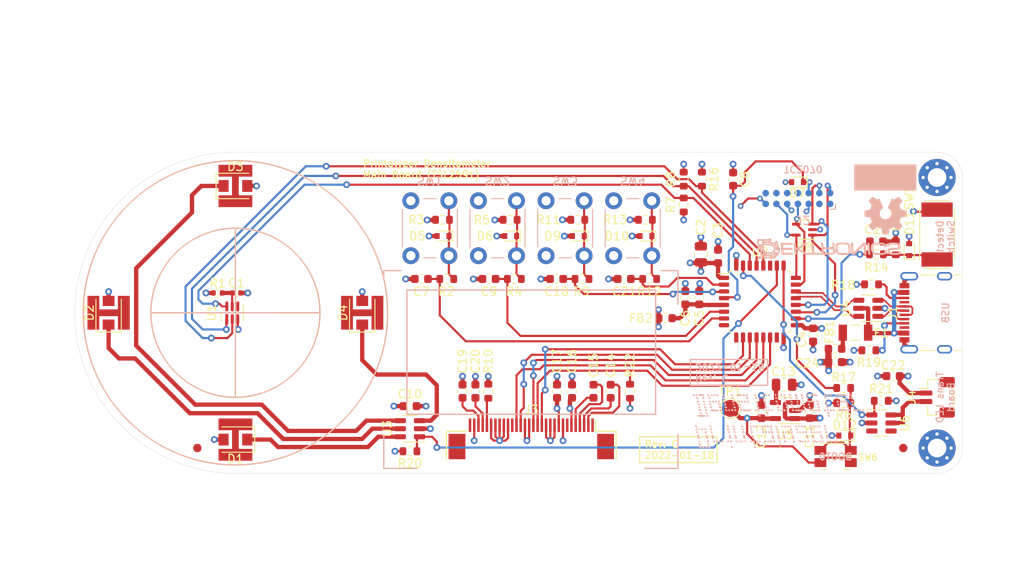
<source format=kicad_pcb>
(kicad_pcb (version 20211014) (generator pcbnew)
  (title_block (title "Printalyzer Densitometer - Main Board") (date "2022-01-18") (rev "C") (company "Dektronics, Inc.") (comment 1 "Derek Konigsberg <dkonigsberg@dektronics.com>"))
  (layers (0 "F.Cu" signal) (1 "In1.Cu" power) (2 "In2.Cu" power) (31 "B.Cu" signal) (34 "B.Paste" user) (35 "F.Paste" user) (36 "B.SilkS" user "B.Silkscreen") (37 "F.SilkS" user "F.Silkscreen") (38 "B.Mask" user) (39 "F.Mask" user) (44 "Edge.Cuts" user))
  (net 0 "")
  (net 1 "GND")
  (net 2 "Net-(C1-Pad1)")
  (net 3 "+3.3V")
  (net 4 "/BTN1")
  (net 5 "/RESET")
  (net 6 "/BTN2")
  (net 7 "+5V")
  (net 8 "Net-(C13-Pad2)")
  (net 9 "Net-(D1-Pad1)")
  (net 10 "Net-(D2-Pad1)")
  (net 11 "Net-(D3-Pad1)")
  (net 12 "Net-(D4-Pad1)")
  (net 13 "Net-(D5-Pad1)")
  (net 14 "Net-(D6-Pad1)")
  (net 15 "/SWCLK")
  (net 16 "/SWDIO")
  (net 17 "/USART1_RX")
  (net 18 "/USART1_TX")
  (net 25 "/I2C1_SDA")
  (net 26 "/I2C1_SCL")
  (net 28 "/USB_D+")
  (net 29 "/USB_D-")
  (net 31 "/USB_CONN_D+")
  (net 32 "/USB_CONN_D-")
  (net 33 "Net-(C14-Pad2)")
  (net 34 "Net-(C14-Pad1)")
  (net 35 "Net-(C15-Pad2)")
  (net 36 "Net-(C15-Pad1)")
  (net 37 "/BTN3")
  (net 38 "Net-(C19-Pad1)")
  (net 39 "Net-(C20-Pad1)")
  (net 40 "/BTN4")
  (net 41 "/BTN5")
  (net 42 "Net-(D9-Pad1)")
  (net 43 "Net-(D10-Pad1)")
  (net 44 "Net-(D11-Pad1)")
  (net 45 "Net-(F1-Pad1)")
  (net 47 "Net-(J3-Pad26)")
  (net 49 "/DISP_MOSI")
  (net 50 "/DISP_SCK")
  (net 51 "/DISP_D~{C}")
  (net 52 "/DISP_~{RES}")
  (net 53 "/DISP_~{CS}")
  (net 56 "Net-(J4-Pad2)")
  (net 57 "/TLED_EN")
  (net 58 "/RLED_EN")
  (net 61 "+3.3VA")
  (net 62 "/BOOT0")
  (net 63 "/TSL_INT")
  (net 65 "Net-(D12-Pad1)")
  (net 66 "VBUS")
  (net 67 "Net-(J1-PadB5)")
  (net 69 "Net-(J1-PadA5)")
  (footprint "Capacitor_SMD:C_0402_1005Metric" (layer "F.Cu") (at 60.127 57.658)
    (fp_text reference "C1")
    (fp_text value "1uF" hide)
  )
  (footprint "Capacitor_SMD:C_0603_1608Metric" (layer "F.Cu") (at 90 56 180)
    (fp_text reference "C9")
    (fp_text value "0.1uF" hide)
  )
  (footprint "Capacitor_SMD:C_0603_1608Metric" (layer "F.Cu") (at 80.645 71.047)
    (fp_text reference "C10")
    (fp_text value "0.1uF" hide)
  )
  (footprint "Capacitor_SMD:C_0603_1608Metric" (layer "F.Cu") (at 127.9385 71.6915 -90)
    (fp_text reference "C11")
    (fp_text value "1uF" hide)
  )
  (footprint "Capacitor_SMD:C_0603_1608Metric" (layer "F.Cu") (at 122.2235 71.6915 -90)
    (fp_text reference "C12")
    (fp_text value "1uF" hide)
  )
  (footprint "lib_fp:LED_WL-SWTP-3022-1MP" (layer "F.Cu") (at 60 45)
    (fp_text reference "D3")
    (fp_text value "LED")
  )
  (footprint "lib_fp:LED_WL-SWTP-3022-1MP" (layer "F.Cu") (at 75 60 90)
    (fp_text reference "D4")
    (fp_text value "LED")
  )
  (footprint "MountingHole:MountingHole_2.2mm_M2" (layer "F.Cu") (at 49 71)
    (fp_text reference "H1" hide)
    (fp_text value "MountingHole" hide)
  )
  (footprint "MountingHole:MountingHole_2.2mm_M2" (layer "F.Cu") (at 49 49)
    (fp_text reference "H2" hide)
    (fp_text value "MountingHole" hide)
  )
  (footprint "MountingHole:MountingHole_2.2mm_M2" (layer "F.Cu") (at 71 49)
    (fp_text reference "H3" hide)
    (fp_text value "MountingHole" hide)
  )
  (footprint "MountingHole:MountingHole_2.2mm_M2" (layer "F.Cu") (at 71 71)
    (fp_text reference "H4" hide)
    (fp_text value "MountingHole" hide)
  )
  (footprint "MountingHole:MountingHole_2.2mm_M2_Pad_Via" (layer "F.Cu") (at 143 44)
    (fp_text reference "H5" hide)
    (fp_text value "MountingHole" hide)
  )
  (footprint "MountingHole:MountingHole_2.2mm_M2_Pad_Via" (layer "F.Cu") (at 143 76)
    (fp_text reference "H6" hide)
    (fp_text value "MountingHole" hide)
  )
  (footprint "Resistor_SMD:R_0402_1005Metric" (layer "F.Cu") (at 57.912 57.658)
    (fp_text reference "R1")
    (fp_text value "22R" hide)
  )
  (footprint "Resistor_SMD:R_0603_1608Metric" (layer "F.Cu") (at 85 56 180)
    (fp_text reference "R2")
    (fp_text value "330R" hide)
  )
  (footprint "Resistor_SMD:R_0603_1608Metric" (layer "F.Cu") (at 93 56 180)
    (fp_text reference "R4")
    (fp_text value "330R" hide)
  )
  (footprint "Resistor_SMD:R_0603_1608Metric" (layer "F.Cu") (at 113.03 47.244 90)
    (fp_text reference "R7")
    (fp_text value "2K" hide)
  )
  (footprint "Resistor_SMD:R_0603_1608Metric" (layer "F.Cu") (at 113.03 44.196 -90)
    (fp_text reference "R8")
    (fp_text value "2K" hide)
  )
  (footprint "TestPoint:TestPoint_Pad_D2.0mm" (layer "F.Cu") (at 118.5545 71.3105)
    (fp_text reference "TP1")
    (fp_text value "3.3V" hide)
  )
  (footprint "Package_TO_SOT_SMD:SOT-23-6" (layer "F.Cu") (at 80.645 73.714 180)
    (fp_text reference "U3")
    (fp_text value "AP2502" hide)
  )
  (footprint "Package_TO_SOT_SMD:SOT-23-6" (layer "F.Cu") (at 134.874 59.475 180)
    (fp_text reference "U4")
    (fp_text value "USBLC6-2SC6" hide)
  )
  (footprint "Package_TO_SOT_SMD:SOT-23-5" (layer "F.Cu") (at 125.0175 71.5615 180)
    (fp_text reference "U5")
    (fp_text value "RT9193" hide)
  )
  (footprint "lib_fp:LED_WL-SWTP-3022-1MP" (layer "F.Cu") (at 60 75 180)
    (fp_text reference "D1")
    (fp_text value "LED")
  )
  (footprint "lib_fp:LED_WL-SWTP-3022-1MP" (layer "F.Cu") (at 45 60 90)
    (fp_text reference "D2")
    (fp_text value "LED")
  )
  (footprint "Resistor_SMD:R_0603_1608Metric" (layer "F.Cu") (at 92.5 49 180)
    (fp_text reference "R5")
    (fp_text value "100K" hide)
  )
  (footprint "Capacitor_SMD:C_0805_2012Metric" (layer "F.Cu") (at 124.9045 68.5165 180)
    (fp_text reference "C13")
    (fp_text value "22nF" hide)
  )
  (footprint "Resistor_SMD:R_0603_1608Metric" (layer "F.Cu") (at 84.5 49 180)
    (fp_text reference "R3")
    (fp_text value "100K" hide)
  )
  (footprint "Capacitor_SMD:C_0603_1608Metric" (layer "F.Cu") (at 98 56 180)
    (fp_text reference "C18")
    (fp_text value "0.1uF" hide)
  )
  (footprint "Capacitor_SMD:C_0603_1608Metric" (layer "F.Cu") (at 106 56 180)
    (fp_text reference "C21")
    (fp_text value "0.1uF" hide)
  )
  (footprint "Inductor_SMD:L_0603_1608Metric" (layer "F.Cu") (at 130.937 64.262)
    (fp_text reference "FB1")
    (fp_text value "600R@100MHz" hide)
  )
  (footprint "Connector_JST:JST_SH_BM02B-SRSS-TB_1x02-1MP_P1.00mm_Vertical" (layer "F.Cu") (at 142.999993 70.000012 -90)
    (fp_text reference "J4")
    (fp_text value "Conn_01x02" hide)
  )
  (footprint "Resistor_SMD:R_0603_1608Metric" (layer "F.Cu") (at 100.5 49 180)
    (fp_text reference "R11")
    (fp_text value "100K" hide)
  )
  (footprint "Resistor_SMD:R_0603_1608Metric" (layer "F.Cu") (at 109 56 180)
    (fp_text reference "R12")
    (fp_text value "330R" hide)
  )
  (footprint "Resistor_SMD:R_0603_1608Metric" (layer "F.Cu") (at 108.5 49 180)
    (fp_text reference "R13")
    (fp_text value "100K" hide)
  )
  (footprint "lib_fp:CK_KSU213WLFG" (layer "F.Cu") (at 143 50.75 90)
    (fp_text reference "SW5")
    (fp_text value "SW_Detect" hide)
  )
  (footprint "lib_fp:AMS_TSL2591" (layer "F.Cu") (at 59.63 60 90)
    (fp_text reference "U1")
    (fp_text value "TSL2591" hide)
  )
  (footprint "Capacitor_SMD:C_0603_1608Metric" (layer "F.Cu") (at 82 56 180)
    (fp_text reference "C7")
    (fp_text value "0.1uF" hide)
  )
  (footprint "Capacitor_SMD:C_0603_1608Metric" (layer "F.Cu") (at 88.392 69.286 90)
    (fp_text reference "C20")
    (fp_text value "4.7uF" hide)
  )
  (footprint "Capacitor_SMD:C_0603_1608Metric" (layer "F.Cu") (at 86.868 69.286 90)
    (fp_text reference "C19")
    (fp_text value "2.2uF" hide)
  )
  (footprint "Resistor_SMD:R_0603_1608Metric" (layer "F.Cu") (at 89.916 69.286 90)
    (fp_text reference "R10")
    (fp_text value "390K" hide)
  )
  (footprint "lib_fp:ER-CON30HT-1" (layer "F.Cu") (at 95 75.475)
    (fp_text reference "J3")
    (fp_text value "Display Connector" hide)
  )
  (footprint "lib_fp:BF_0ZCJ_1206" (layer "F.Cu") (at 133.35 62.357)
    (fp_text reference "F1")
    (fp_text value "250mA" hide)
  )
  (footprint "Package_TO_SOT_SMD:SOT-23-6" (layer "F.Cu") (at 136.4205 73.035)
    (fp_text reference "U6")
    (fp_text value "AP2502" hide)
  )
  (footprint "Capacitor_SMD:C_0603_1608Metric" (layer "F.Cu") (at 118.872 44.196 90)
    (fp_text reference "C8")
    (fp_text value "0.1uF" hide)
  )
  (footprint "Resistor_SMD:R_0603_1608Metric" (layer "F.Cu") (at 101 56 180)
    (fp_text reference "R9")
    (fp_text value "330R" hide)
  )
  (footprint "lib_fp:SOT323-5L" (layer "F.Cu") (at 127.302 50.165 180)
    (fp_text reference "D8")
    (fp_text value "ESDALC6V1W5" hide)
  )
  (footprint "Capacitor_SMD:C_0603_1608Metric" (layer "F.Cu") (at 102.362 69.286 -90)
    (fp_text reference "C15")
    (fp_text value "1uF" hide)
  )
  (footprint "Capacitor_SMD:C_0603_1608Metric" (layer "F.Cu") (at 104.394 69.286 -90)
    (fp_text reference "C14")
    (fp_text value "1uF" hide)
  )
  (footprint "Capacitor_SMD:C_0603_1608Metric" (layer "F.Cu") (at 99.822 69.286 90)
    (fp_text reference "C16")
    (fp_text value "1uF" hide)
  )
  (footprint "Capacitor_SMD:C_0603_1608Metric" (layer "F.Cu") (at 98.044 69.286 90)
    (fp_text reference "C17")
    (fp_text value "1uF" hide)
  )
  (footprint "Capacitor_SMD:C_0603_1608Metric" (layer "F.Cu") (at 137.796 67.491 180)
    (fp_text reference "C22")
    (fp_text value "0.1uF" hide)
  )
  (footprint "Diode_SMD:D_SOD-523" (layer "F.Cu") (at 84.561 50.927 180)
    (fp_text reference "D5")
    (fp_text value "uClamp0501H" hide)
  )
  (footprint "Diode_SMD:D_SOD-523" (layer "F.Cu") (at 100.563 50.927 180)
    (fp_text reference "D9")
    (fp_text value "uClamp0501H")
  )
  (footprint "Diode_SMD:D_SOD-523" (layer "F.Cu") (at 108.564 50.927 180)
    (fp_text reference "D10")
    (fp_text value "uClamp0501H")
  )
  (footprint "Diode_SMD:D_SOD-523" (layer "F.Cu") (at 92.562 50.927 180)
    (fp_text reference "D6")
    (fp_text value "uClamp0501H")
  )
  (footprint "Resistor_SMD:R_0603_1608Metric" (layer "F.Cu") (at 115.189 44.196 -90)
    (fp_text reference "R16")
    (fp_text value "10K" hide)
  )
  (footprint "Diode_SMD:D_SOD-523" (layer "F.Cu") (at 132.0844 74.5268 180)
    (fp_text reference "D12")
    (fp_text value "uClamp0501H")
  )
  (footprint "Diode_SMD:D_SOD-523" (layer "F.Cu") (at 126.4964 44.5485 180)
    (fp_text reference "D7")
    (fp_text value "uClamp0501H")
  )
  (footprint "Fiducial:Fiducial_1mm_Mask2mm" (layer "F.Cu") (at 55.5 76)
    (fp_text reference "FID1" hide)
    (fp_text value "Fiducial" hide)
  )
  (footprint "Fiducial:Fiducial_1mm_Mask2mm" (layer "F.Cu") (at 139 76)
    (fp_text reference "FID2" hide)
    (fp_text value "Fiducial" hide)
  )
  (footprint "Fiducial:Fiducial_1mm_Mask2mm" (layer "F.Cu") (at 139 43)
    (fp_text reference "FID3" hide)
    (fp_text value "Fiducial" hide)
  )
  (footprint "lib_fp:Panasonic_EVQP7C_EVQP7L" (layer "F.Cu") (at 131 77 180)
    (fp_text reference "SW6")
    (fp_text value "SW_Boot" hide)
  )
  (footprint "Resistor_SMD:R_0603_1608Metric" (layer "F.Cu") (at 131.953 70.6755 180)
    (fp_text reference "R6")
    (fp_text value "10K" hide)
  )
  (footprint "Resistor_SMD:R_0603_1608Metric" (layer "F.Cu") (at 131.953 68.8975 180)
    (fp_text reference "R17")
    (fp_text value "330R" hide)
  )
  (footprint "Resistor_SMD:R_0603_1608Metric" (layer "F.Cu") (at 134.939 64.443 180)
    (fp_text reference "R19")
    (fp_text value "5.1k" hide)
  )
  (footprint "lib_fp:USB_C_Receptacle_GCT_USB4105" (layer "F.Cu") (at 141.66 60 90)
    (fp_text reference "J1")
    (fp_text value "USB_C_Receptacle_USB2.0" hide)
  )
  (footprint "Resistor_SMD:R_0603_1608Metric" (layer "F.Cu") (at 135.255 56.642 180)
    (fp_text reference "R18")
    (fp_text value "5.1k" hide)
  )
  (footprint "Inductor_SMD:L_0603_1608Metric" (layer "F.Cu") (at 110.871 60.6425)
    (fp_text reference "FB2")
    (fp_text value "600R@100MHz" hide)
  )
  (footprint "Capacitor_SMD:C_0603_1608Metric" (layer "F.Cu") (at 117.094 53.34 90)
    (fp_text reference "C3")
    (fp_text value "0.1uF" hide)
  )
  (footprint "Capacitor_SMD:C_0603_1608Metric" (layer "F.Cu") (at 128.3335 62.611 -90)
    (fp_text reference "C4")
    (fp_text value "0.1uF" hide)
  )
  (footprint "Capacitor_SMD:C_0603_1608Metric" (layer "F.Cu") (at 114.8715 58.2295 90)
    (fp_text reference "C5")
    (fp_text value "0.1uF" hide)
  )
  (footprint "Capacitor_SMD:C_0603_1608Metric" (layer "F.Cu") (at 113.2205 58.2295 90)
    (fp_text reference "C6")
    (fp_text value "1uF" hide)
  )
  (footprint "lib_fp:ST_LQFP32" (layer "F.Cu") (at 122.047 58.674)
    (fp_text reference "U2")
    (fp_text value "STM32L072KZT6")
  )
  (footprint "Capacitor_SMD:C_0805_2012Metric" (layer "F.Cu") (at 115.062 53.086 90)
    (fp_text reference "C2")
    (fp_text value "10uF" hide)
  )
  (footprint "Resistor_SMD:R_0603_1608Metric" (layer "F.Cu") (at 135.8265 53.086 180)
    (fp_text reference "R14")
    (fp_text value "330R" hide)
  )
  (footprint "Resistor_SMD:R_0603_1608Metric" (layer "F.Cu") (at 138.1125 52.324 90)
    (fp_text reference "R15")
    (fp_text value "100K" hide)
  )
  (footprint "Capacitor_SMD:C_0603_1608Metric" (layer "F.Cu") (at 135.8265 51.562)
    (fp_text reference "C23")
    (fp_text value "0.1uF" hide)
  )
  (footprint "Diode_SMD:D_SOD-523" (layer "F.Cu") (at 139.7 52.5332 90)
    (fp_text reference "D11")
    (fp_text value "uClamp0501H")
  )
  (footprint "kikit:Tab" (layer "F.Cu") (at 40.5 60)
    (fp_text reference "REF4" hide)
    (fp_text value "Tab")
  )
  (footprint "kikit:Tab" (layer "F.Cu") (at 68 79.5 90)
    (fp_text reference "REF1" hide)
    (fp_text value "Tab")
  )
  (footprint "kikit:Tab" (layer "F.Cu") (at 136.5 79.5 90)
    (fp_text reference "REF2" hide)
    (fp_text value "Tab")
  )
  (footprint "kikit:Tab" (layer "F.Cu") (at 68 40.5 -90)
    (fp_text reference "REF6" hide)
    (fp_text value "Tab")
  )
  (footprint "kikit:Tab" (layer "F.Cu") (at 136.5 40.5 -90)
    (fp_text reference "REF5" hide)
    (fp_text value "Tab")
  )
  (footprint "Resistor_SMD:R_0603_1608Metric" (layer "F.Cu") (at 106.680991 69.285993 -90)
    (fp_text reference "R22")
    (fp_text value "10K" hide)
  )
  (footprint "Resistor_SMD:R_0603_1608Metric" (layer "F.Cu") (at 80.646 76.381 180)
    (fp_text reference "R20")
    (fp_text value "10K" hide)
  )
  (footprint "Capacitor_SMD:C_0603_1608Metric" (layer "F.Cu") (at 130.938 65.84)
    (fp_text reference "C24")
    (fp_text value "4.7uF" hide)
  )
  (footprint "Resistor_SMD:R_0603_1608Metric" (layer "F.Cu") (at 136.399 70.412)
    (fp_text reference "R21")
    (fp_text value "10K" hide)
  )
  (footprint "lib_fp:ESwitch_TL1105_6mm_H7.5mm" (layer "B.Cu") (at 91 50)
    (fp_text reference "SW2")
    (fp_text value "SW_Push" hide)
  )
  (footprint "lib_fp:Printalyzer-logo-16_9mm" (layer "B.Cu") (at 122.809 74.676)
    (fp_text reference "G1" hide)
    (fp_text value "LOGO" hide)
  )
  (footprint "lib_fp:ESwitch_TL1105_6mm_H7.5mm" (layer "B.Cu") (at 83 50)
    (fp_text reference "SW1")
    (fp_text value "SW_Push" hide)
  )
  (footprint "lib_fp:ESwitch_TL1105_6mm_H7.5mm" (layer "B.Cu") (at 99 50)
    (fp_text reference "SW3")
    (fp_text value "SW_Push" hide)
  )
  (footprint "lib_fp:ESwitch_TL1105_6mm_H7.5mm" (layer "B.Cu") (at 107 50)
    (fp_text reference "SW4")
    (fp_text value "SW_Push" hide)
  )
  (footprint "Connector:Tag-Connect_TC2070-IDC-FP_2x07_P1.27mm_Vertical" (layer "B.Cu") (at 126.54 46.482 180)
    (fp_text reference "J2")
    (fp_text value "DNI" hide)
  )
  (footprint "lib_fp:densitometer-logo-16_9mm" (layer "B.Cu") (at 124.25 70.976)
    (fp_text reference "G2" hide)
    (fp_text value "LOGO" hide)
  )
  (footprint "lib_fp:OSHW-logo_5mm" (layer "B.Cu") (at 136.906 48.514)
    (fp_text reference "G4" hide)
    (fp_text value "OSHW-logo_5mm" hide)
  )
  (footprint "lib_fp:Dektronics-logo" (layer "B.Cu") (at 130.43 52.578)
    (fp_text reference "LOGO" hide)
    (fp_text value "G3" hide)
  )
  (gr_circle (center 60 60) (end 78 60) (layer "B.SilkS") (width 0.1524) (fill none))
  (gr_circle (center 60 60) (end 70 60) (layer "B.SilkS") (width 0.1524) (fill none))
  (gr_line (start 60 50) (end 60 70) (layer "B.SilkS") (width 0.1524))
  (gr_line (start 50 60) (end 70 60) (layer "B.SilkS") (width 0.1524))
  (gr_line (start 77.55 55.01) (end 79.55 55.01) (layer "B.SilkS") (width 0.1524))
  (gr_line (start 108.35 78.41) (end 112.35 78.41) (layer "B.SilkS") (width 0.1524))
  (gr_line (start 77.55 78.41) (end 81.55 78.41) (layer "B.SilkS") (width 0.1524))
  (gr_line (start 80.29 57.31) (end 80.29 72.01) (layer "B.SilkS") (width 0.1524))
  (gr_line (start 109.71 57.31) (end 109.71 72.01) (layer "B.SilkS") (width 0.1524))
  (gr_line (start 109.71 72.01) (end 80.29 72.01) (layer "B.SilkS") (width 0.1524))
  (gr_line (start 122.959 68.578) (end 113.815 68.578) (layer "B.SilkS") (width 0.1524))
  (gr_line (start 113.815 68.578) (end 113.815 65.53) (layer "B.SilkS") (width 0.1524))
  (gr_line (start 122.959 65.53) (end 122.959 68.578) (layer "B.SilkS") (width 0.1524))
  (gr_line (start 113.815 65.53) (end 122.959 65.53) (layer "B.SilkS") (width 0.1524))
  (gr_poly (pts (xy 140.5 45.5) (xy 133.25 45.5) (xy 133.25 42.5) (xy 140.5 42.5)) (layer "B.SilkS") (width 0.1) (fill solid))
  (gr_line (start 110.35 55.01) (end 112.35 55.01) (layer "B.SilkS") (width 0.1524))
  (gr_line (start 112.35 78.41) (end 112.35 74.41) (layer "B.SilkS") (width 0.1524))
  (gr_line (start 112.35 55.01) (end 112.35 59.01) (layer "B.SilkS") (width 0.1524))
  (gr_line (start 77.55 55.01) (end 77.55 56.007) (layer "B.SilkS") (width 0.1524))
  (gr_line (start 109.71 57.31) (end 80.29 57.31) (layer "B.SilkS") (width 0.1524))
  (gr_line (start 77.55 78.41) (end 77.55 74.41) (layer "B.SilkS") (width 0.1524))
  (gr_circle (center 60 60) (end 78 60) (layer "F.SilkS") (width 0.1524) (fill none))
  (gr_line (start 116.967 74.676) (end 107.823 74.676) (layer "F.SilkS") (width 0.1524))
  (gr_line (start 70 60) (end 65 60) (layer "F.SilkS") (width 0.1524))
  (gr_line (start 107.823 74.676) (end 107.823 77.724) (layer "F.SilkS") (width 0.1524))
  (gr_line (start 60 70) (end 60 65) (layer "F.SilkS") (width 0.1524))
  (gr_line (start 116.967 77.724) (end 116.967 74.676) (layer "F.SilkS") (width 0.1524))
  (gr_circle (center 60 60) (end 70 60) (layer "F.SilkS") (width 0.1524) (fill none))
  (gr_line (start 107.823 77.724) (end 116.967 77.724) (layer "F.SilkS") (width 0.1524))
  (gr_line (start 60 50) (end 60 55) (layer "F.SilkS") (width 0.1524))
  (gr_line (start 50 60) (end 55 60) (layer "F.SilkS") (width 0.1524))
  (gr_line (start 146 44) (end 146 76) (layer "Edge.Cuts") (width 0.0381))
  (gr_arc (start 143 41) (mid 145.12132 41.87868) (end 146 44) (layer "Edge.Cuts") (width 0.0381))
  (gr_line (start 60 41) (end 143 41) (layer "Edge.Cuts") (width 0.0381))
  (gr_arc (start 146 76) (mid 145.12132 78.12132) (end 143 79) (layer "Edge.Cuts") (width 0.0381))
  (gr_arc (start 60 79) (mid 41 60) (end 60 41) (layer "Edge.Cuts") (width 0.0381))
  (gr_line (start 60 79) (end 143 79) (layer "Edge.Cuts") (width 0.0381))
  (gr_text "Trans LED\nBoard" (at 144 70 90) (layer "B.SilkS") (effects (font (size 0.8128 0.8128) (thickness 0.1524)) (justify mirror)))
  (gr_text "Detect\nSwitch" (at 144 51 90) (layer "B.SilkS") (effects (font (size 0.8128 0.8128) (thickness 0.1524)) (justify mirror)))
  (gr_text "Rev: ${REVISION}\n${ISSUE_DATE}" (at 114.284 67.077 180) (layer "B.SilkS") (effects (font (size 0.8128 0.8128) (thickness 0.1524)) (justify left mirror)))
  (gr_text "BOOT0" (at 131 77.0382) (layer "B.SilkS") (effects (font (size 0.8128 0.8128) (thickness 0.1524)) (justify mirror)))
  (gr_text "USB" (at 144 60 90) (layer "B.SilkS") (effects (font (size 0.8128 0.8128) (thickness 0.1524)) (justify mirror)))
  (gr_text "TC2070" (at 127.175 43 180) (layer "B.SilkS") (effects (font (size 0.8128 0.8128) (thickness 0.1524)) (justify mirror)))
  (gr_text "Printalyzer Densitometer\nMain Board (TSL2591)" (at 75 43) (layer "F.SilkS") (effects (font (size 0.8128 0.8128) (thickness 0.1524)) (justify left)))
  (gr_text "Rev: ${REVISION}\n${ISSUE_DATE}" (at 108.331 76.2) (layer "F.SilkS") (effects (font (size 0.8128 0.8128) (thickness 0.1524)) (justify left)))
  (segment (start 98.044 67.508) (end 98.044 68.511) (width 0.508) (layer "F.Cu") (net 1))
  (segment (start 99.822 67.508) (end 99.822 68.511) (width 0.508) (layer "F.Cu") (net 1))
  (segment (start 135.9545 67.491) (end 137.021 67.491) (width 0.508) (layer "F.Cu") (net 1))
  (segment (start 119.253 54.418) (end 119.247 54.424) (width 0.508) (layer "F.Cu") (net 1))
  (segment (start 119.253 53.213) (end 119.253 54.418) (width 0.508) (layer "F.Cu") (net 1))
  (segment (start 124.847 62.924) (end 124.847 64.129) (width 0.508) (layer "F.Cu") (net 1))
  (segment (start 124.847 64.129) (end 124.841 64.135) (width 0.508) (layer "F.Cu") (net 1))
  (segment (start 117.094 51.562) (end 117.094 52.565) (width 0.508) (layer "F.Cu") (net 1))
  (segment (start 128.3335 63.386) (end 128.3335 64.389) (width 0.508) (layer "F.Cu") (net 1))
  (segment (start 115.062 51.054) (end 115.062 52.136) (width 0.508) (layer "F.Cu") (net 1))
  (segment (start 138.0495 51.562) (end 138.1125 51.499) (width 0.508) (layer "F.Cu") (net 1))
  (segment (start 136.6015 51.562) (end 138.0495 51.562) (width 0.508) (layer "F.Cu") (net 1))
  (segment (start 91.653 49.022) (end 91.675 49) (width 0.508) (layer "F.Cu") (net 1))
  (segment (start 97.75 74.7155) (end 97.75 73.3) (width 0.254) (layer "F.Cu") (net 1))
  (segment (start 131.128 70.6755) (end 130.175 70.6755) (width 0.254) (layer "F.Cu") (net 1))
  (segment (start 91.862 50.927) (end 90.911 50.927) (width 0.508) (layer "F.Cu") (net 1))
  (segment (start 88.25 73.3) (end 88.25 75.128) (width 0.254) (layer "F.Cu") (net 1))
  (segment (start 104.14 56.007) (end 105.218 56.007) (width 0.508) (layer "F.Cu") (net 1))
  (segment (start 82.677 49.022) (end 83.653 49.022) (width 0.508) (layer "F.Cu") (net 1))
  (segment (start 118.872 42.418) (end 118.872 43.421) (width 0.254) (layer "F.Cu") (net 1))
  (segment (start 139.135 56.255) (end 139.71 55.68) (width 0.508) (layer "F.Cu") (net 1))
  (segment (start 105.218 56.007) (end 105.225 56) (width 0.508) (layer "F.Cu") (net 1))
  (segment (start 80.137 56.007) (end 81.218 56.007) (width 0.508) (layer "F.Cu") (net 1))
  (segment (start 82.55 71.047) (end 81.42 71.047) (width 0.508) (layer "F.Cu") (net 1))
  (segment (start 135.974 59.475) (end 136.266588 59.475001) (width 0.508) (layer "F.Cu") (net 1))
  (segment (start 126.9365 68.5165) (end 125.8545 68.5165) (width 0.508) (layer "F.Cu") (net 1))
  (segment (start 88.138 56.007) (end 89.218 56.007) (width 0.508) (layer "F.Cu") (net 1))
  (segment (start 81.218 56.007) (end 81.225 56) (width 0.508) (layer "F.Cu") (net 1))
  (segment (start 90.678 49.022) (end 91.653 49.022) (width 0.508) (layer "F.Cu") (net 1))
  (segment (start 120.65 46.482) (end 119.761 47.371) (width 0.254) (layer "F.Cu") (net 1))
  (segment (start 88.392 67.508) (end 88.392 68.511) (width 0.508) (layer "F.Cu") (net 1))
  (segment (start 125.074 44.5485) (end 125.7964 44.5485) (width 0.254) (layer "F.Cu") (net 1))
  (segment (start 86.868 67.508) (end 86.868 68.511) (width 0.508) (layer "F.Cu") (net 1))
  (segment (start 127.394 70.9165) (end 127.9385 70.9165) (width 0.508) (layer "F.Cu") (net 1))
  (segment (start 98.75 75.127986) (end 98.749993 75.127993) (width 0.254) (layer "F.Cu") (net 1))
  (segment (start 106.680991 70.110993) (end 106.680991 71.300991) (width 0.254) (layer "F.Cu") (net 1))
  (segment (start 60.28 60.75) (end 60.28 61.931) (width 0.254) (layer "F.Cu") (net 1))
  (segment (start 139.135 63.745) (end 139.71 64.32) (width 0.508) (layer "F.Cu") (net 1))
  (segment (start 107.864 50.927) (end 106.913 50.927) (width 0.508) (layer "F.Cu") (net 1))
  (segment (start 89.218 56.007) (end 89.225 56) (width 0.508) (layer "F.Cu") (net 1))
  (segment (start 113.2205 56.535586) (end 113.222076 56.53401) (width 0.508) (layer "F.Cu") (net 1))
  (segment (start 106.680991 71.300991) (end 106.681 71.301) (width 0.254) (layer "F.Cu") (net 1))
  (segment (start 138.1125 50.546) (end 138.1125 51.499) (width 0.508) (layer "F.Cu") (net 1))
  (segment (start 98.918 50.927) (end 98.912 50.933) (width 0.508) (layer "F.Cu") (net 1))
  (segment (start 122.047 46.482) (end 120.65 46.482) (width 0.254) (layer "F.Cu") (net 1))
  (segment (start 83.059 73.714) (end 81.7825 73.714) (width 0.508) (layer "F.Cu") (net 1))
  (segment (start 90.569 75.128) (end 91.25 75.128) (width 0.254) (layer "F.Cu") (net 1))
  (segment (start 89.916 67.508) (end 89.916 68.461) (width 0.508) (layer "F.Cu") (net 1))
  (segment (start 91.75 73.3) (end 91.75 74.628) (width 0.254) (layer "F.Cu") (net 1))
  (segment (start 92.25 73.3) (end 92.25 74.81) (width 0.254) (layer "F.Cu") (net 1))
  (segment (start 91.25 73.3) (end 91.25 75.128) (width 0.254) (layer "F.Cu") (net 1))
  (segment (start 128.252 50.165) (end 129.168161 50.165) (width 0.254) (layer "F.Cu") (net 1))
  (segment (start 134.43 56.642) (end 133.477 56.642) (width 0.254) (layer "F.Cu") (net 1))
  (segment (start 132.716 65.84) (end 131.713 65.84) (width 0.762) (layer "F.Cu") (net 1))
  (segment (start 139.135 63.2) (end 139.135 63.745) (width 0.508) (layer "F.Cu") (net 1))
  (segment (start 91.75 74.628) (end 91.25 75.128) (width 0.254) (layer "F.Cu") (net 1))
  (segment (start 90.25 74.809) (end 90.569 75.128) (width 0.254) (layer "F.Cu") (net 1))
  (segment (start 96.75 74.705) (end 97.25525 75.21025) (width 0.254) (layer "F.Cu") (net 1))
  (segment (start 126.749 71.5615) (end 127.394 70.9165) (width 0.508) (layer "F.Cu") (net 1))
  (segment (start 122.2235 69.7865) (end 122.2235 70.9165) (width 0.508) (layer "F.Cu") (net 1))
  (segment (start 97.218 56.007) (end 97.225 56) (width 0.508) (layer "F.Cu") (net 1))
  (segment (start 98.679 49) (end 99.675 49) (width 0.508) (layer "F.Cu") (net 1))
  (segment (start 114.8715 57.4545) (end 114.8715 56.590817) (width 0.508) (layer "F.Cu") (net 1))
  (segment (start 60.28 61.931) (end 60.325 61.976) (width 0.254) (layer "F.Cu") (net 1))
  (segment (start 129.168161 50.165) (end 129.181107 50.152054) (width 0.254) (layer "F.Cu") (net 1))
  (segment (start 114.8715 56.590817) (end 114.928307 56.53401) (width 0.508) (layer "F.Cu") (net 1))
  (segment (start 94.75 73.3) (end 94.75 74.866) (width 0.254) (layer "F.Cu") (net 1))
  (segment (start 90.25 73.3) (end 90.25 74.809) (width 0.254) (layer "F.Cu") (net 1))
  (segment (start 98.75 73.3) (end 98.75 75.127986) (width 0.254) (layer "F.Cu") (net 1))
  (segment (start 92.25 74.81) (end 91.932 75.128) (width 0.254) (layer "F.Cu") (net 1))
  (segment (start 136.266588 59.475001) (end 136.832273 59.475001) (width 0.508) (layer "F.Cu") (net 1))
  (segment (start 90.76 74.638) (end 91.25 75.128) (width 0.254) (layer "F.Cu") (net 1))
  (segment (start 134.114 64.443) (end 133.161 64.443) (width 0.254) (layer "F.Cu") (net 1))
  (segment (start 94.25 74.89) (end 94.488 75.128) (width 0.254) (layer "F.Cu") (net 1))
  (segment (start 134.112 73.025) (end 135.3105 73.025) (width 0.508) (layer "F.Cu") (net 1))
  (segment (start 83.861 50.927) (end 82.91 50.927) (width 0.508) (layer "F.Cu") (net 1))
  (segment (start 94.75 74.866) (end 94.488 75.128) (width 0.254) (layer "F.Cu") (net 1))
  (segment (start 139.7 50.9584) (end 139.7 51.8332) (width 0.254) (layer "F.Cu") (net 1))
  (segment (start 126.1175 71.5615) (end 126.749 71.5615) (width 0.508) (layer "F.Cu") (net 1))
  (segment (start 90.76 73.3) (end 90.76 74.638) (width 0.254) (layer "F.Cu") (net 1))
  (segment (start 97.25 73.3) (end 97.25 75.096) (width 0.254) (layer "F.Cu") (net 1))
  (segment (start 113.2205 57.4545) (end 113.2205 56.535586) (width 0.508) (layer "F.Cu") (net 1))
  (segment (start 83.653 49.022) (end 83.675 49) (width 0.508) (layer "F.Cu") (net 1))
  (segment (start 139.135 56.8) (end 139.135 56.255) (width 0.508) (layer "F.Cu") (net 1))
  (segment (start 99.863 50.927) (end 98.918 50.927) (width 0.508) (layer "F.Cu") (net 1))
  (segment (start 91.932 75.128) (end 91.25 75.128) (width 0.254) (layer "F.Cu") (net 1))
  (segment (start 97.25525 75.21025) (end 97.75 74.7155) (width 0.254) (layer "F.Cu") (net 1))
  (segment (start 96.75 73.3) (end 96.75 74.705) (width 0.254) (layer "F.Cu") (net 1))
  (segment (start 79.821 76.381) (end 78.868 76.381) (width 0.254) (layer "F.Cu") (net 1))
  (segment (start 61.468 57.658) (end 60.637 57.658) (width 0.508) (layer "F.Cu") (net 1))
  (segment (start 94.25 73.3) (end 94.25 74.89) (width 0.254) (layer "F.Cu") (net 1))
  (segment (start 127.9385 69.7865) (end 127.9385 70.9165) (width 0.508) (layer "F.Cu") (net 1))
  (segment (start 96.139 56.007) (end 97.218 56.007) (width 0.508) (layer "F.Cu") (net 1))
  (segment (start 138.177 70.412) (end 137.224 70.412) (width 0.254) (layer "F.Cu") (net 1))
  (segment (start 106.68 49) (end 107.675 49) (width 0.508) (layer "F.Cu") (net 1))
  (segment (start 130.5604 74.5296) (end 131.3816 74.5296) (width 0.254) (layer "F.Cu") (net 1))
  (via (at 82.55 71.047) (size 0.8) (drill 0.4) (layers "F.Cu" "B.Cu") (net 1))
  (via (at 98.679 49) (size 0.8) (drill 0.4) (layers "F.Cu" "B.Cu") (net 1))
  (via (at 98.044 67.508) (size 0.8) (drill 0.4) (layers "F.Cu" "B.Cu") (net 1))
  (via (at 94.488 75.128) (size 0.8) (drill 0.4) (layers "F.Cu" "B.Cu") (net 1))
  (via (at 89.916 67.508) (size 0.8) (drill 0.4) (layers "F.Cu" "B.Cu") (net 1))
  (via (at 88.392 67.508) (size 0.8) (drill 0.4) (layers "F.Cu" "B.Cu") (net 1))
  (via (at 86.868 67.508) (size 0.8) (drill 0.4) (layers "F.Cu" "B.Cu") (net 1))
  (via (at 97.2566 75.128) (size 0.8) (drill 0.4) (layers "F.Cu" "B.Cu") (net 1))
  (via (at 135.9545 67.491) (size 0.8) (drill 0.4) (layers "F.Cu" "B.Cu") (net 1))
  (via (at 118.872 42.418) (size 0.8) (drill 0.4) (layers "F.Cu" "B.Cu") (net 1))
  (via (at 119.761 47.371) (size 0.6858) (drill 0.3302) (layers "F.Cu" "B.Cu") (net 1))
  (via (at 133.161 64.443) (size 0.8) (drill 0.4) (layers "F.Cu" "B.Cu") (net 1))
  (via (at 133.477 56.642) (size 0.8) (drill 0.4) (layers "F.Cu" "B.Cu") (net 1))
  (via (at 124.841 64.135) (size 0.8) (drill 0.4) (layers "F.Cu" "B.Cu") (net 1))
  (via (at 117.094 51.562) (size 0.8) (drill 0.4) (layers "F.Cu" "B.Cu") (net 1))
  (via (at 115.062 51.054) (size 0.8) (drill 0.4) (layers "F.Cu" "B.Cu") (net 1))
  (via (at 128.3335 64.389) (size 0.8) (drill 0.4) (layers "F.Cu" "B.Cu") (net 1))
  (via (at 119.253 53.213) (size 0.8) (drill 0.4) (layers "F.Cu" "B.Cu") (net 1))
  (via (at 139.7 50.9584) (size 0.8) (drill 0.4) (layers "F.Cu" "B.Cu") (net 1))
  (via (at 90.911 50.927) (size 0.8) (drill 0.4) (layers "F.Cu" "B.Cu") (net 1))
  (via (at 61.468 57.658) (size 0.8) (drill 0.4) (layers "F.Cu" "B.Cu") (net 1))
  (via (at 138.177 70.412) (size 0.8) (drill 0.4) (layers "F.Cu" "B.Cu") (net 1))
  (via (at 99.822 67.508) (size 0.8) (drill 0.4) (layers "F.Cu" "B.Cu") (net 1))
  (via (at 134.112 73.025) (size 0.8) (drill 0.4) (layers "F.Cu" "B.Cu") (net 1))
  (via (at 82.91 50.927) (size 0.8) (drill 0.4) (layers "F.Cu" "B.Cu") (net 1))
  (via (at 83.059 73.714) (size 0.8) (drill 0.4) (layers "F.Cu" "B.Cu") (net 1))
  (via (at 136.832273 59.475001) (size 0.8) (drill 0.4) (layers "F.Cu" "B.Cu") (net 1))
  (via (at 96.139 56.007) (size 0.8) (drill 0.4) (layers "F.Cu" "B.Cu") (net 1))
  (via (at 125.778 47.879) (size 0.6858) (drill 0.3302) (layers "F.Cu" "B.Cu") (net 1))
  (via (at 104.14 56.007) (size 0.8) (drill 0.4) (layers "F.Cu" "B.Cu") (net 1))
  (via (at 82.677 49.022) (size 0.8) (drill 0.4) (layers "F.Cu" "B.Cu") (net 1))
  (via (at 122.047 46.482) (size 0.6858) (drill 0.3302) (layers "F.Cu" "B.Cu") (net 1))
  (via (at 78.868 76.381) (size 0.8) (drill 0.4) (layers "F.Cu" "B.Cu") (net 1))
  (via (at 132.716 65.84) (size 0.8) (drill 0.4) (layers "F.Cu" "B.Cu") (net 1))
  (via (at 129.181107 50.152054) (size 0.6858) (drill 0.3302) (layers "F.Cu" "B.Cu") (net 1))
  (via (at 125.074 44.5576) (size 0.6858) (drill 0.3302) (layers "F.Cu" "B.Cu") (net 1))
  (via (at 106.68 49) (size 0.8) (drill 0.4) (layers "F.Cu" "B.Cu") (net 1))
  (via (at 80.137 56.007) (size 0.8) (drill 0.4) (layers "F.Cu" "B.Cu") (net 1))
  (via (at 88.25 75.128) (size 0.8) (drill 0.4) (layers "F.Cu" "B.Cu") (net 1))
  (via (at 106.681 71.301) (size 0.8) (drill 0.4) (layers "F.Cu" "B.Cu") (net 1))
  (via (at 130.5604 74.5296) (size 0.8) (drill 0.4) (layers "F.Cu" "B.Cu") (net 1))
  (via (at 106.913 50.927) (size 0.8) (drill 0.4) (layers "F.Cu" "B.Cu") (net 1))
  (via (at 98.749993 75.127993) (size 0.8) (drill 0.4) (layers "F.Cu" "B.Cu") (net 1))
  (via (at 114.928307 56.53401) (size 0.8) (drill 0.4) (layers "F.Cu" "B.Cu") (net 1))
  (via (at 113.222076 56.53401) (size 0.8) (drill 0.4) (layers "F.Cu" "B.Cu") (net 1))
  (via (at 91.25 75.128) (size 0.8) (drill 0.4) (layers "F.Cu" "B.Cu") (net 1))
  (via (at 126.9365 68.5165) (size 0.8) (drill 0.4) (layers "F.Cu" "B.Cu") (net 1))
  (via (at 88.138 56.007) (size 0.8) (drill 0.4) (layers "F.Cu" "B.Cu") (net 1))
  (via (at 90.678 49.022) (size 0.8) (drill 0.4) (layers "F.Cu" "B.Cu") (net 1))
  (via (at 130.175 70.6755) (size 0.8) (drill 0.4) (layers "F.Cu" "B.Cu") (net 1))
  (via (at 127.9385 69.7865) (size 0.8) (drill 0.4) (layers "F.Cu" "B.Cu") (net 1))
  (via (at 138.1125 50.546) (size 0.8) (drill 0.4) (layers "F.Cu" "B.Cu") (net 1))
  (via (at 122.2235 69.7865) (size 0.8) (drill 0.4) (layers "F.Cu" "B.Cu") (net 1))
  (via (at 60.325 61.976) (size 0.8) (drill 0.4) (layers "F.Cu" "B.Cu") (net 1))
  (via (at 98.912 50.933) (size 0.8) (drill 0.4) (layers "F.Cu" "B.Cu") (net 1))
  (segment (start 122.73 47.117) (end 122.095 46.482) (width 0.254) (layer "B.Cu") (net 1))
  (segment (start 122.095 46.482) (end 122.047 46.482) (width 0.254) (layer "B.Cu") (net 1))
  (segment (start 125.27 47.117) (end 125.27 47.371) (width 0.254) (layer "B.Cu") (net 1))
  (segment (start 125.27 47.371) (end 125.778 47.879) (width 0.254) (layer "B.Cu") (net 1))
  (segment (start 59.617 57.658) (end 58.422 57.658) (width 0.508) (layer "F.Cu") (net 2))
  (segment (start 59.617 57.658) (end 59.617 59.237) (width 0.254) (layer "F.Cu") (net 2))
  (segment (start 59.617 59.237) (end 59.63 59.25) (width 0.254) (layer "F.Cu") (net 2))
  (segment (start 120.5335 72.4665) (end 119.7105 72.4665) (width 0.508) (layer "F.Cu") (net 3))
  (segment (start 98.044 71.318) (end 98.044 70.061) (width 0.508) (layer "F.Cu") (net 3))
  (segment (start 98.25 73.3) (end 98.25 71.524) (width 0.254) (layer "F.Cu") (net 3))
  (segment (start 98.25 71.524) (end 98.044 71.318) (width 0.254) (layer "F.Cu") (net 3))
  (segment (start 99.568 71.318) (end 99.568 70.315) (width 0.508) (layer "F.Cu") (net 3))
  (segment (start 99.568 70.315) (end 99.822 70.061) (width 0.254) (layer "F.Cu") (net 3))
  (segment (start 99.75 73.3) (end 99.75 71.5) (width 0.254) (layer "F.Cu") (net 3))
  (segment (start 99.75 71.5) (end 99.568 71.318) (width 0.254) (layer "F.Cu") (net 3))
  (segment (start 126.297 61.474) (end 127.006 61.474) (width 0.508) (layer "F.Cu") (net 3))
  (segment (start 127.006 61.474) (end 127.368 61.836) (width 0.508) (layer "F.Cu") (net 3))
  (segment (start 127.368 61.836) (end 128.3335 61.836) (width 0.508) (layer "F.Cu") (net 3))
  (segment (start 117.094 54.115) (end 115.141 54.115) (width 0.508) (layer "F.Cu") (net 3))
  (segment (start 115.062 55.118) (end 115.062 54.036) (width 0.508) (layer "F.Cu") (net 3))
  (segment (start 113.792 54.102) (end 114.996 54.102) (width 0.508) (layer "F.Cu") (net 3))
  (segment (start 117.094 55.626) (end 117.094 54.115) (width 0.508) (layer "F.Cu") (net 3))
  (segment (start 117.797 55.874) (end 117.342 55.874) (width 0.508) (layer "F.Cu") (net 3))
  (segment (start 110.0455 60.6045) (end 110.0835 60.6425) (width 0.508) (layer "F.Cu") (net 3))
  (segment (start 110.0455 59.6265) (end 110.0455 60.6045) (width 0.508) (layer "F.Cu") (net 3))
  (segment (start 110.0455 60.6805) (end 110.0835 60.6425) (width 0.508) (layer "F.Cu") (net 3))
  (segment (start 110.0455 61.6585) (end 110.0455 60.6805) (width 0.508) (layer "F.Cu") (net 3))
  (segment (start 128.3465 61.849) (end 128.3335 61.836) (width 0.508) (layer "F.Cu") (net 3))
  (segment (start 129.3495 61.849) (end 128.3465 61.849) (width 0.508) (layer "F.Cu") (net 3))
  (segment (start 117.342 55.874) (end 117.094 55.626) (width 0.508) (layer "F.Cu") (net 3))
  (segment (start 114.996 54.102) (end 115.062 54.036) (width 0.508) (layer "F.Cu") (net 3))
  (segment (start 115.141 54.115) (end 115.062 54.036) (width 0.508) (layer "F.Cu") (net 3))
  (segment (start 113.03 49.022) (end 113.03 48.069) (width 0.254) (layer "F.Cu") (net 3))
  (segment (start 120.5335 74.3335) (end 120.5335 72.4665) (width 0.254) (layer "F.Cu") (net 3))
  (segment (start 132.218 77.143) (end 132.8 77.725) (width 0.254) (layer "F.Cu") (net 3))
  (segment (start 129.782 77.143) (end 132.218 77.143) (width 0.254) (layer "F.Cu") (net 3))
  (segment (start 122.2685 72.5115) (end 122.2235 72.4665) (width 0.508) (layer "F.Cu") (net 3))
  (segment (start 56.515 57.658) (end 57.402 57.658) (width 0.508) (layer "F.Cu") (net 3))
  (segment (start 127.825 77.725) (end 125.9 75.8) (width 0.254) (layer "F.Cu") (net 3))
  (segment (start 122.3985 72.5115) (end 122.2235 72.3365) (width 0.508) (layer "F.Cu") (net 3))
  (segment (start 129.2 77.725) (end 129.782 77.143) (width 0.254) (layer "F.Cu") (net 3))
  (segment (start 140.252 48.05) (end 140.208 48.006) (width 0.254) (layer "F.Cu") (net 3))
  (segment (start 129.2 77.725) (end 127.825 77.725) (width 0.254) (layer "F.Cu") (net 3))
  (segment (start 115.189 42.418) (end 115.189 43.371) (width 0.254) (layer "F.Cu") (net 3))
  (segment (start 122 75.8) (end 120.5335 74.3335) (width 0.254) (layer "F.Cu") (net 3))
  (segment (start 113.03 42.418) (end 113.03 43.371) (width 0.254) (layer "F.Cu") (net 3))
  (segment (start 119.7105 72.4665) (end 118.5545 71.3105) (width 0.508) (layer "F.Cu") (net 3))
  (segment (start 143 48.05) (end 140.252 48.05) (width 0.254) (layer "F.Cu") (net 3))
  (segment (start 122.2235 72.4665) (end 120.5335 72.4665) (width 0.508) (layer "F.Cu") (net 3))
  (segment (start 125.9 75.8) (end 122 75.8) (width 0.254) (layer "F.Cu") (net 3))
  (segment (start 123.9175 72.5115) (end 122.2685 72.5115) (width 0.508) (layer "F.Cu") (net 3))
  (via (at 113.03 42.418) (size 0.8) (drill 0.4) (layers "F.Cu" "B.Cu") (net 3))
  (via (at 98.044 71.318) (size 0.8) (drill 0.4) (layers "F.Cu" "B.Cu") (net 3))
  (via (at 99.568 71.318) (size 0.8) (drill 0.4) (layers "F.Cu" "B.Cu") (net 3))
  (via (at 115.189 42.418) (size 0.8) (drill 0.4) (layers "F.Cu" "B.Cu") (net 3))
  (via (at 115.062 55.118) (size 0.8) (drill 0.4) (layers "F.Cu" "B.Cu") (net 3))
  (via (at 110.0455 61.6585) (size 0.8) (drill 0.4) (layers "F.Cu" "B.Cu") (net 3))
  (via (at 110.0455 59.6265) (size 0.8) (drill 0.4) (layers "F.Cu" "B.Cu") (net 3))
  (via (at 113.792 54.102) (size 0.8) (drill 0.4) (layers "F.Cu" "B.Cu") (net 3))
  (via (at 129.3495 61.849) (size 0.8) (drill 0.4) (layers "F.Cu" "B.Cu") (net 3))
  (via (at 113.03 49.022) (size 0.8) (drill 0.4) (layers "F.Cu" "B.Cu") (net 3))
  (via (at 56.515 57.658) (size 0.8) (drill 0.4) (layers "F.Cu" "B.Cu") (net 3))
  (via (at 127.556 48.006) (size 0.6858) (drill 0.3302) (layers "F.Cu" "B.Cu") (net 3))
  (via (at 140.208 48.006) (size 0.8) (drill 0.4) (layers "F.Cu" "B.Cu") (net 3))
  (via (at 120.5335 72.4665) (size 0.8) (drill 0.4) (layers "F.Cu" "B.Cu") (net 3))
  (segment (start 127.81 47.752) (end 127.556 48.006) (width 0.254) (layer "B.Cu") (net 3))
  (segment (start 127.81 47.117) (end 127.81 47.752) (width 0.254) (layer "B.Cu") (net 3))
  (segment (start 82.775 56) (end 84.175 56) (width 0.254) (layer "F.Cu") (net 4))
  (segment (start 113.665 63.373) (end 116.364 60.674) (width 0.254) (layer "F.Cu") (net 4))
  (segment (start 116.364 60.674) (end 117.797 60.674) (width 0.254) (layer "F.Cu") (net 4))
  (segment (start 87.249 63.373) (end 113.665 63.373) (width 0.254) (layer "F.Cu") (net 4))
  (segment (start 84.175 60.299) (end 87.249 63.373) (width 0.254) (layer "F.Cu") (net 4))
  (segment (start 84.175 56) (end 84.175 60.299) (width 0.254) (layer "F.Cu") (net 4))
  (segment (start 119.38 58.166) (end 117.905 58.166) (width 0.254) (layer "F.Cu") (net 5))
  (segment (start 121.5485 42.091) (end 120.269 43.3705) (width 0.254) (layer "F.Cu") (net 5))
  (segment (start 119.8115 44.971) (end 118.872 44.971) (width 0.254) (layer "F.Cu") (net 5))
  (segment (start 120.269 44.5135) (end 119.8115 44.971) (width 0.254) (layer "F.Cu") (net 5))
  (segment (start 117.905 58.166) (end 117.797 58.274) (width 0.254) (layer "F.Cu") (net 5))
  (segment (start 127.126 43.4092) (end 125.8078 42.091) (width 0.254) (layer "F.Cu") (net 5))
  (segment (start 127.126 44.5485) (end 127.126 43.4092) (width 0.254) (layer "F.Cu") (net 5))
  (segment (start 120.269 43.3705) (end 120.269 44.5135) (width 0.254) (layer "F.Cu") (net 5))
  (segment (start 118.872 46.228) (end 118.872 44.971) (width 0.254) (layer "F.Cu") (net 5))
  (segment (start 125.8078 42.091) (end 121.5485 42.091) (width 0.254) (layer "F.Cu") (net 5))
  (segment (start 127.9188 44.5485) (end 127.126 44.5485) (width 0.254) (layer "F.Cu") (net 5))
  (via (at 127.9188 44.5485) (size 0.6858) (drill 0.3302) (layers "F.Cu" "B.Cu") (net 5))
  (via (at 119.38 58.166) (size 0.8) (drill 0.4) (layers "F.Cu" "B.Cu") (net 5))
  (via (at 118.872 46.228) (size 0.8) (drill 0.4) (layers "F.Cu" "B.Cu") (net 5))
  (segment (start 127.81 44.6573) (end 127.9188 44.5485) (width 0.254) (layer "B.Cu") (net 5))
  (segment (start 118.872 46.228) (end 118.872 52.197) (width 0.254) (layer "B.Cu") (net 5))
  (segment (start 118.364 55.118) (end 119.38 56.134) (width 0.254) (layer "B.Cu") (net 5))
  (segment (start 119.38 56.134) (end 119.38 58.166) (width 0.254) (layer "B.Cu") (net 5))
  (segment (start 127.81 45.847) (end 127.81 44.6573) (width 0.254) (layer "B.Cu") (net 5))
  (segment (start 118.364 52.705) (end 118.364 55.118) (width 0.254) (layer "B.Cu") (net 5))
  (segment (start 118.872 52.197) (end 118.364 52.705) (width 0.254) (layer "B.Cu") (net 5))
  (segment (start 116.148 59.874) (end 117.797 59.874) (width 0.254) (layer "F.Cu") (net 6))
  (segment (start 113.284 62.738) (end 116.148 59.874) (width 0.254) (layer "F.Cu") (net 6))
  (segment (start 90.775 56) (end 92.175 56) (width 0.254) (layer "F.Cu") (net 6))
  (segment (start 92.175 56) (end 92.175 61.187) (width 0.254) (layer "F.Cu") (net 6))
  (segment (start 93.726 62.738) (end 113.284 62.738) (width 0.254) (layer "F.Cu") (net 6))
  (segment (start 92.175 61.187) (end 93.726 62.738) (width 0.254) (layer "F.Cu") (net 6))
  (segment (start 129.16 65.84) (end 130.163 65.84) (width 0.762) (layer "F.Cu") (net 7))
  (segment (start 126.1175 72.5115) (end 127.8935 72.5115) (width 0.508) (layer "F.Cu") (net 7))
  (segment (start 75 57.5) (end 75 58.6) (width 0.508) (layer "F.Cu") (net 7))
  (segment (start 130.1495 65.8265) (end 130.163 65.84) (width 0.762) (layer "F.Cu") (net 7))
  (segment (start 127.8935 72.5115) (end 127.9385 72.4665) (width 0.508) (layer "F.Cu") (net 7))
  (segment (start 139.731 69.5) (end 141.675 69.5) (width 0.508) (layer "F.Cu") (net 7))
  (segment (start 125.2055 72.5115) (end 125.0175 72.3235) (width 0.508) (layer "F.Cu") (net 7))
  (segment (start 45 57.5) (end 45 58.6) (width 0.508) (layer "F.Cu") (net 7))
  (segment (start 126.1175 72.5115) (end 125.2055 72.5115) (width 0.508) (layer "F.Cu") (net 7))
  (segment (start 57.5 75) (end 58.6 75) (width 0.508) (layer "F.Cu") (net 7))
  (segment (start 62.5 45) (end 61.4 45) (width 0.508) (layer "F.Cu") (net 7))
  (segment (start 139.574 67.491) (end 138.571 67.491) (width 0.508) (layer "F.Cu") (net 7))
  (segment (start 125.2065 70.6115) (end 125.0175 70.8005) (width 0.508) (layer "F.Cu") (net 7))
  (segment (start 78.74 71.047) (end 79.87 71.047) (width 0.508) (layer "F.Cu") (net 7))
  (segment (start 127.9385 72.4665) (end 129.1085 72.4665) (width 0.762) (layer "F.Cu") (net 7))
  (segment (start 130.176 65.853) (end 130.163 65.84) (width 0.762) (layer "F.Cu") (net 7))
  (segment (start 138.571 67.491) (end 138.571 68.34) (width 0.508) (layer "F.Cu") (net 7))
  (segment (start 125.0175 72.3235) (end 125.0175 70.8005) (width 0.508) (layer "F.Cu") (net 7))
  (segment (start 126.1175 70.6115) (end 125.2065 70.6115) (width 0.508) (layer "F.Cu") (net 7))
  (segment (start 138.571 68.34) (end 139.731 69.5) (width 0.508) (layer "F.Cu") (net 7))
  (segment (start 130.1495 64.262) (end 130.1495 65.8265) (width 0.762) (layer "F.Cu") (net 7))
  (segment (start 130.176 66.856) (end 130.176 65.853) (width 0.762) (layer "F.Cu") (net 7))
  (via (at 78.74 71.047) (size 0.8) (drill 0.4) (layers "F.Cu" "B.Cu") (net 7))
  (via (at 129.159 72.4535) (size 0.8) (drill 0.4) (layers "F.Cu" "B.Cu") (net 7))
  (via (at 139.574 67.491) (size 0.8) (drill 0.4) (layers "F.Cu" "B.Cu") (net 7))
  (via (at 129.16 65.84) (size 0.8) (drill 0.4) (layers "F.Cu" "B.Cu") (net 7))
  (via (at 62.5 45) (size 0.8) (drill 0.4) (layers "F.Cu" "B.Cu") (net 7))
  (via (at 45 57.5) (size 0.8) (drill 0.4) (layers "F.Cu" "B.Cu") (net 7))
  (via (at 130.176 66.856) (size 0.8) (drill 0.4) (layers "F.Cu" "B.Cu") (net 7))
  (via (at 75 57.5) (size 0.8) (drill 0.4) (layers "F.Cu" "B.Cu") (net 7))
  (via (at 57.5 75) (size 0.8) (drill 0.4) (layers "F.Cu" "B.Cu") (net 7))
  (segment (start 123.9545 70.5745) (end 123.9175 70.6115) (width 0.508) (layer "F.Cu") (net 8))
  (segment (start 123.9545 68.5165) (end 123.9545 70.5745) (width 0.508) (layer "F.Cu") (net 8))
  (segment (start 75.686 75.88) (end 76.902 74.664) (width 0.508) (layer "F.Cu") (net 9))
  (segment (start 65.032 75.88) (end 75.686 75.88) (width 0.508) (layer "F.Cu") (net 9))
  (segment (start 76.902 74.664) (end 79.5075 74.664) (width 0.508) (layer "F.Cu") (net 9))
  (segment (start 64.152 75) (end 65.032 75.88) (width 0.508) (layer "F.Cu") (net 9))
  (segment (start 61.4 75) (end 64.152 75) (width 0.508) (layer "F.Cu") (net 9))
  (segment (start 48.133 65.405) (end 54.61 71.882) (width 0.508) (layer "F.Cu") (net 10))
  (segment (start 65.659 74.93) (end 74.985 74.93) (width 0.508) (layer "F.Cu") (net 10))
  (segment (start 46.228 65.405) (end 48.133 65.405) (width 0.508) (layer "F.Cu") (net 10))
  (segment (start 76.201 73.714) (end 79.5075 73.714) (width 0.508) (layer "F.Cu") (net 10))
  (segment (start 62.611 71.882) (end 65.659 74.93) (width 0.508) (layer "F.Cu") (net 10))
  (segment (start 74.985 74.93) (end 76.201 73.714) (width 0.508) (layer "F.Cu") (net 10))
  (segment (start 45 64.177) (end 46.228 65.405) (width 0.508) (layer "F.Cu") (net 10))
  (segment (start 54.61 71.882) (end 62.611 71.882) (width 0.508) (layer "F.Cu") (net 10))
  (segment (start 45 61.4) (end 45 64.177) (width 0.508) (layer "F.Cu") (net 10))
  (segment (start 48.26 63.881) (end 55.245 70.866) (width 0.508) (layer "F.Cu") (net 11))
  (segment (start 54.864 46.101) (end 54.864 48.133) (width 0.508) (layer "F.Cu") (net 11))
  (segment (start 48.26 54.737) (end 48.26 63.881) (width 0.508) (layer "F.Cu") (net 11))
  (segment (start 58.6 45) (end 55.965 45) (width 0.508) (layer "F.Cu") (net 11))
  (segment (start 55.245 70.866) (end 63.119 70.866) (width 0.508) (layer "F.Cu") (net 11))
  (segment (start 63.119 70.866) (end 66.233 73.98) (width 0.508) (layer "F.Cu") (net 11))
  (segment (start 54.864 48.133) (end 48.26 54.737) (width 0.508) (layer "F.Cu") (net 11))
  (segment (start 66.233 73.98) (end 74.284 73.98) (width 0.508) (layer "F.Cu") (net 11))
  (segment (start 75.5 72.764) (end 79.5075 72.764) (width 0.508) (layer "F.Cu") (net 11))
  (segment (start 55.965 45) (end 54.864 46.101) (width 0.508) (layer "F.Cu") (net 11))
  (segment (start 74.284 73.98) (end 75.5 72.764) (width 0.508) (layer "F.Cu") (net 11))
  (segment (start 83.12 72.764) (end 81.7825 72.764) (width 0.508) (layer "F.Cu") (net 12))
  (segment (start 75 65.602) (end 76.708 67.31) (width 0.508) (layer "F.Cu") (net 12))
  (segment (start 83.82 68.58) (end 83.82 72.064) (width 0.508) (layer "F.Cu") (net 12))
  (segment (start 82.55 67.31) (end 83.82 68.58) (width 0.508) (layer "F.Cu") (net 12))
  (segment (start 83.82 72.064) (end 83.12 72.764) (width 0.508) (layer "F.Cu") (net 12))
  (segment (start 75 61.4) (end 75 65.602) (width 0.508) (layer "F.Cu") (net 12))
  (segment (start 76.708 67.31) (end 82.55 67.31) (width 0.508) (layer "F.Cu") (net 12))
  (segment (start 85.325 49) (end 85.325 50.913) (width 0.254) (layer "F.Cu") (net 13))
  (segment (start 85.25 53.25) (end 85.25 55.425) (width 0.254) (layer "F.Cu") (net 13))
  (segment (start 85.25 46.75) (end 85.25 48.925) (width 0.254) (layer "F.Cu") (net 13))
  (segment (start 85.25 53.25) (end 85.25 50.988) (width 0.254) (layer "F.Cu") (net 13))
  (segment (start 85.25 50.988) (end 85.311 50.927) (width 0.254) (layer "F.Cu") (net 13))
  (segment (start 85.325 50.913) (end 85.311 50.927) (width 0.254) (layer "F.Cu") (net 13))
  (segment (start 85.25 48.925) (end 85.325 49) (width 0.254) (layer "F.Cu") (net 13))
  (segment (start 85.25 55.425) (end 85.825 56) (width 0.254) (layer "F.Cu") (net 13))
  (segment (start 93.325 49) (end 93.325 50.914) (width 0.254) (layer "F.Cu") (net 14))
  (segment (start 93.25 50.989) (end 93.312 50.927) (width 0.254) (layer "F.Cu") (net 14))
  (segment (start 93.325 50.914) (end 93.312 50.927) (width 0.254) (layer "F.Cu") (net 14))
  (segment (start 93.25 48.925) (end 93.325 49) (width 0.254) (layer "F.Cu") (net 14))
  (segment (start 93.25 53.25) (end 93.25 50.989) (width 0.254) (layer "F.Cu") (net 14))
  (segment (start 93.25 53.25) (end 93.25 55.425) (width 0.254) (layer "F.Cu") (net 14))
  (segment (start 93.25 55.425) (end 93.825 56) (width 0.254) (layer "F.Cu") (net 14))
  (segment (start 93.25 46.75) (end 93.25 48.925) (width 0.254) (layer "F.Cu") (net 14))
  (segment (start 126.337 50.8) (end 126.352 50.815) (width 0.254) (layer "F.Cu") (net 15))
  (segment (start 126.352 50.815) (end 126.352 55.819) (width 0.254) (layer "F.Cu") (net 15))
  (segment (start 126.352 55.819) (end 126.297 55.874) (width 0.254) (layer "F.Cu") (net 15))
  (segment (start 125.27 50.8) (end 126.337 50.8) (width 0.254) (layer "F.Cu") (net 15))
  (via (at 125.27 50.8) (size 0.6858) (drill 0.3302) (layers "F.Cu" "B.Cu") (net 15))
  (segment (start 125.27 48.387) (end 125.27 50.8) (width 0.254) (layer "B.Cu") (net 15))
  (segment (start 124 47.117) (end 125.27 48.387) (width 0.254) (layer "B.Cu") (net 15))
  (segment (start 126.352 48.956) (end 126.413 48.895) (width 0.254) (layer "F.Cu") (net 16))
  (segment (start 127.302 56.269) (end 126.897 56.674) (width 0.254) (layer "F.Cu") (net 16))
  (segment (start 127.302 50.465) (end 127.302 56.269) (width 0.254) (layer "F.Cu") (net 16))
  (segment (start 126.897 56.674) (end 126.297 56.674) (width 0.254) (layer "F.Cu") (net 16))
  (segment (start 127.302 50.465) (end 126.352 49.515) (width 0.254) (layer "F.Cu") (net 16))
  (segment (start 126.352 49.515) (end 126.352 48.956) (width 0.254) (layer "F.Cu") (net 16))
  (via (at 126.413 48.895) (size 0.6858) (drill 0.3302) (layers "F.Cu" "B.Cu") (net 16))
  (segment (start 126.54 47.117) (end 126.54 48.768) (width 0.254) (layer "B.Cu") (net 16))
  (segment (start 126.54 48.768) (end 126.413 48.895) (width 0.254) (layer "B.Cu") (net 16))
  (segment (start 126.316 59.055) (end 126.297 59.074) (width 0.254) (layer "F.Cu") (net 17))
  (segment (start 128.572 44.958) (end 128.252 45.278) (width 0.254) (layer "F.Cu") (net 17))
  (segment (start 129.08 44.958) (end 128.572 44.958) (width 0.254) (layer "F.Cu") (net 17))
  (segment (start 128.938 49.515) (end 128.252 49.515) (width 0.254) (layer "F.Cu") (net 17))
  (segment (start 128.252 45.278) (end 128.252 49.515) (width 0.254) (layer "F.Cu") (net 17))
  (segment (start 127.762 59.055) (end 126.316 59.055) (width 0.254) (layer "F.Cu") (net 17))
  (segment (start 129.334 49.149) (end 128.953 49.53) (width 0.254) (layer "F.Cu") (net 17))
  (segment (start 128.953 49.53) (end 128.938 49.515) (width 0.254) (layer "F.Cu") (net 17))
  (via (at 129.08 44.958) (size 0.6858) (drill 0.3302) (layers "F.Cu" "B.Cu") (net 17))
  (via (at 129.334 49.149) (size 0.6858) (drill 0.3302) (layers "F.Cu" "B.Cu") (net 17))
  (via (at 127.762 59.055) (size 0.8) (drill 0.4) (layers "F.Cu" "B.Cu") (net 17))
  (segment (start 130.048 49.863) (end 130.048 58.674) (width 0.254) (layer "B.Cu") (net 17))
  (segment (start 129.08 45.847) (end 129.08 44.958) (width 0.254) (layer "B.Cu") (net 17))
  (segment (start 129.667 59.055) (end 127.762 59.055) (width 0.254) (layer "B.Cu") (net 17))
  (segment (start 130.048 58.674) (end 129.667 59.055) (width 0.254) (layer "B.Cu") (net 17))
  (segment (start 129.334 49.149) (end 130.048 49.863) (width 0.254) (layer "B.Cu") (net 17))
  (segment (start 130.049 45.132) (end 130.049 50.466) (width 0.254) (layer "F.Cu") (net 18))
  (segment (start 126.367 59.944) (end 126.297 59.874) (width 0.254) (layer "F.Cu") (net 18))
  (segment (start 128.252 50.815) (end 128.252 51.544) (width 0.254) (layer "F.Cu") (net 18))
  (segment (start 129.7 50.815) (end 128.252 50.815) (width 0.254) (layer "F.Cu") (net 18))
  (segment (start 128.252 51.544) (end 130.937 54.229) (width 0.254) (layer "F.Cu") (net 18))
  (segment (start 130.937 54.229) (end 130.937 57.912) (width 0.254) (layer "F.Cu") (net 18))
  (segment (start 130.049 50.466) (end 129.7 50.815) (width 0.254) (layer "F.Cu") (net 18))
  (segment (start 130.096 45.085) (end 130.049 45.132) (width 0.254) (layer "F.Cu") (net 18))
  (segment (start 128.778 59.944) (end 126.367 59.944) (width 0.254) (layer "F.Cu") (net 18))
  (via (at 128.778 59.944) (size 0.8) (drill 0.4) (layers "F.Cu" "B.Cu") (net 18))
  (via (at 130.049 44.958) (size 0.6858) (drill 0.3302) (layers "F.Cu" "B.Cu") (net 18))
  (via (at 130.937 57.912) (size 0.8) (drill 0.4) (layers "F.Cu" "B.Cu") (net 18))
  (segment (start 130.049 44.885) (end 130.35 45.186) (width 0.254) (layer "B.Cu") (net 18))
  (segment (start 129.794 59.944) (end 128.778 59.944) (width 0.254) (layer "B.Cu") (net 18))
  (segment (start 130.35 45.847) (end 130.35 45.085) (width 0.254) (layer "B.Cu") (net 18))
  (segment (start 130.937 57.912) (end 130.937 58.801) (width 0.254) (layer "B.Cu") (net 18))
  (segment (start 130.049 44.958) (end 130.049 44.885) (width 0.254) (layer "B.Cu") (net 18))
  (segment (start 130.937 58.801) (end 129.794 59.944) (width 0.254) (layer "B.Cu") (net 18))
  (segment (start 130.35 45.085) (end 130.223 44.958) (width 0.254) (layer "B.Cu") (net 18))
  (segment (start 113.03 46.419) (end 114.1735 46.419) (width 0.254) (layer "F.Cu") (net 25))
  (segment (start 110.38201 44.85001) (end 111.951 46.419) (width 0.254) (layer "F.Cu") (net 25))
  (segment (start 58.113 58.928) (end 58.435 59.25) (width 0.254) (layer "F.Cu") (net 25))
  (segment (start 73.152 44.85001) (end 110.38201 44.85001) (width 0.254) (layer "F.Cu") (net 25))
  (segment (start 114.1735 46.419) (end 120.847 53.0925) (width 0.254) (layer "F.Cu") (net 25))
  (segment (start 120.847 53.0925) (end 120.847 54.424) (width 0.254) (layer "F.Cu") (net 25))
  (segment (start 57.658 58.928) (end 58.113 58.928) (width 0.254) (layer "F.Cu") (net 25))
  (segment (start 111.951 46.419) (end 113.03 46.419) (width 0.254) (layer "F.Cu") (net 25))
  (segment (start 58.435 59.25) (end 58.98 59.25) (width 0.254) (layer "F.Cu") (net 25))
  (via (at 57.658 58.928) (size 0.8) (drill 0.4) (layers "F.Cu" "B.Cu") (net 25))
  (via (at 73.152 44.85001) (size 0.8) (drill 0.4) (layers "F.Cu" "B.Cu") (net 25))
  (segment (start 55.626 58.42) (end 55.626 57.404) (width 0.254) (layer "B.Cu") (net 25))
  (segment (start 56.134 58.928) (end 55.626 58.42) (width 0.254) (layer "B.Cu") (net 25))
  (segment (start 68.17999 44.85001) (end 73.152 44.85001) (width 0.254) (layer "B.Cu") (net 25))
  (segment (start 55.626 57.404) (end 68.17999 44.85001) (width 0.254) (layer "B.Cu") (net 25))
  (segment (start 57.658 58.928) (end 56.134 58.928) (width 0.254) (layer "B.Cu") (net 25))
  (segment (start 121.647 53.067) (end 121.647 54.424) (width 0.254) (layer "F.Cu") (net 26))
  (segment (start 113.601 45.021) (end 121.647 53.067) (width 0.254) (layer "F.Cu") (net 26))
  (segment (start 58.928 61.976) (end 58.928 60.802) (width 0.254) (layer "F.Cu") (net 26))
  (segment (start 110.617 43.815) (end 111.823 45.021) (width 0.254) (layer "F.Cu") (net 26))
  (segment (start 58.928 60.802) (end 58.98 60.75) (width 0.254) (layer "F.Cu") (net 26))
  (segment (start 111.823 45.021) (end 113.601 45.021) (width 0.254) (layer "F.Cu") (net 26))
  (segment (start 71.882 43.815) (end 110.617 43.815) (width 0.254) (layer "F.Cu") (net 26))
  (via (at 58.928 61.976) (size 0.8) (drill 0.4) (layers "F.Cu" "B.Cu") (net 26))
  (via (at 71.882 43.815) (size 0.8) (drill 0.4) (layers "F.Cu" "B.Cu") (net 26))
  (segment (start 68.199 43.815) (end 71.882 43.815) (width 0.254) (layer "B.Cu") (net 26))
  (segment (start 56.134 61.976) (end 54.864 60.706) (width 0.254) (layer "B.Cu") (net 26))
  (segment (start 54.864 60.706) (end 54.864 57.15) (width 0.254) (layer "B.Cu") (net 26))
  (segment (start 54.864 57.15) (end 68.199 43.815) (width 0.254) (layer "B.Cu") (net 26))
  (segment (start 58.928 61.976) (end 56.134 61.976) (width 0.254) (layer "B.Cu") (net 26))
  (segment (start 129.4682 57.649) (end 131.0692 59.25) (width 0.2) (layer "F.Cu") (net 28))
  (segment (start 126.472 57.649) (end 129.4682 57.649) (width 0.2) (layer "F.Cu") (net 28))
  (segment (start 131.0692 59.25) (end 132.253999 59.25) (width 0.2) (layer "F.Cu") (net 28))
  (segment (start 126.297 57.474) (end 126.472 57.649) (width 0.2) (layer "F.Cu") (net 28))
  (segment (start 132.253999 59.25) (end 132.978999 58.525) (width 0.2) (layer "F.Cu") (net 28))
  (segment (start 132.978999 58.525) (end 133.774 58.525) (width 0.2) (layer "F.Cu") (net 28))
  (segment (start 126.472 58.099) (end 129.2818 58.099) (width 0.2) (layer "F.Cu") (net 29))
  (segment (start 130.8828 59.7) (end 132.253999 59.7) (width 0.2) (layer "F.Cu") (net 29))
  (segment (start 132.978999 60.425) (end 133.774 60.425) (width 0.2) (layer "F.Cu") (net 29))
  (segment (start 132.253999 59.7) (end 132.978999 60.425) (width 0.2) (layer "F.Cu") (net 29))
  (segment (start 126.297 58.274) (end 126.472 58.099) (width 0.2) (layer "F.Cu") (net 29))
  (segment (start 129.2818 58.099) (end 130.8828 59.7) (width 0.2) (layer "F.Cu") (net 29))
  (segment (start 139.895 59.25) (end 140.081 59.436) (width 0.2) (layer "F.Cu") (net 31))
  (segment (start 137.494001 59.25) (end 139.085 59.25) (width 0.2) (layer "F.Cu") (net 31))
  (segment (start 140.081 59.436) (end 140.081 60.071) (width 0.2) (layer "F.Cu") (net 31))
  (segment (start 139.135 59.25) (end 139.895 59.25) (width 0.2) (layer "F.Cu") (net 31))
  (segment (start 139.085 59.25) (end 139.135 59.25) (width 0.2) (layer "F.Cu") (net 31))
  (segment (start 136.769001 58.525) (end 137.494001 59.25) (width 0.2) (layer "F.Cu") (net 31))
  (segment (start 139.902 60.25) (end 139.135 60.25) (width 0.2) (layer "F.Cu") (net 31))
  (segment (start 135.974 58.525) (end 136.769001 58.525) (width 0.2) (layer "F.Cu") (net 31))
  (segment (start 140.081 60.071) (end 139.902 60.25) (width 0.2) (layer "F.Cu") (net 31))
  (segment (start 135.974 60.425) (end 136.769001 60.425) (width 0.2) (layer "F.Cu") (net 32))
  (segment (start 138.433 60.75) (end 138.176 60.493) (width 0.2) (layer "F.Cu") (net 32))
  (segment (start 136.769001 60.425) (end 137.494001 59.7) (width 0.2) (layer "F.Cu") (net 32))
  (segment (start 139.135 60.75) (end 138.433 60.75) (width 0.2) (layer "F.Cu") (net 32))
  (segment (start 138.176 60.493) (end 138.176 59.75) (width 0.2) (layer "F.Cu") (net 32))
  (segment (start 139.085 59.7) (end 139.135 59.75) (width 0.2) (layer "F.Cu") (net 32))
  (segment (start 137.494001 59.7) (end 139.085 59.7) (width 0.2) (layer "F.Cu") (net 32))
  (segment (start 138.176 59.75) (end 139.135 59.75) (width 0.2) (layer "F.Cu") (net 32))
  (segment (start 101.25 73.3) (end 101.25 72.176) (width 0.254) (layer "F.Cu") (net 33))
  (segment (start 104.14 71.318) (end 104.394 71.064) (width 0.254) (layer "F.Cu") (net 33))
  (segment (start 101.25 72.176) (end 102.108 71.318) (width 0.254) (layer "F.Cu") (net 33))
  (segment (start 102.108 71.318) (end 104.14 71.318) (width 0.254) (layer "F.Cu") (net 33))
  (segment (start 104.394 71.064) (end 104.394 70.061) (width 0.254) (layer "F.Cu") (net 33))
  (segment (start 101.75 73.3) (end 101.75 72.246) (width 0.254) (layer "F.Cu") (net 34))
  (segment (start 101.75 72.246) (end 102.17 71.826) (width 0.254) (layer "F.Cu") (net 34))
  (segment (start 102.17 71.826) (end 104.648 71.826) (width 0.254) (layer "F.Cu") (net 34))
  (segment (start 104.648 71.826) (end 105.41 71.064) (width 0.254) (layer "F.Cu") (net 34))
  (segment (start 105.41 71.064) (end 105.41 68.778) (width 0.254) (layer "F.Cu") (net 34))
  (segment (start 105.41 68.778) (end 105.143 68.511) (width 0.254) (layer "F.Cu") (net 34))
  (segment (start 105.143 68.511) (end 104.394 68.511) (width 0.254) (layer "F.Cu") (net 34))
  (segment (start 100.25 71.398) (end 101.587 70.061) (width 0.254) (layer "F.Cu") (net 35))
  (segment (start 101.587 70.061) (end 102.362 70.061) (width 0.254) (layer "F.Cu") (net 35))
  (segment (start 100.25 73.3) (end 100.25 71.398) (width 0.254) (layer "F.Cu") (net 35))
  (segment (start 103.378 68.778) (end 103.111 68.511) (width 0.254) (layer "F.Cu") (net 36))
  (segment (start 103.111 68.511) (end 102.362 68.511) (width 0.254) (layer "F.Cu") (net 36))
  (segment (start 103.378 70.556) (end 103.378 68.778) (width 0.254) (layer "F.Cu") (net 36))
  (segment (start 103.124 70.81) (end 103.378 70.556) (width 0.254) (layer "F.Cu") (net 36))
  (segment (start 101.854 70.81) (end 103.124 70.81) (width 0.254) (layer "F.Cu") (net 36))
  (segment (start 100.75 71.914) (end 101.854 70.81) (width 0.254) (layer "F.Cu") (net 36))
  (segment (start 100.75 73.3) (end 100.75 71.914) (width 0.254) (layer "F.Cu") (net 36))
  (segment (start 98.775 56) (end 100.175 56) (width 0.254) (layer "F.Cu") (net 37))
  (segment (start 100.175 56.741) (end 101.219 57.785) (width 0.254) (layer "F.Cu") (net 37))
  (segment (start 100.175 56) (end 100.175 56.741) (width 0.254) (layer "F.Cu") (net 37))
  (segment (start 116.459 57.531) (end 117.74 57.531) (width 0.254) (layer "F.Cu") (net 37))
  (segment (start 117.74 57.531) (end 117.797 57.474) (width 0.254) (layer "F.Cu") (net 37))
  (segment (start 101.219 57.785) (end 111.76 57.785) (width 0.254) (layer "F.Cu") (net 37))
  (via (at 111.76 57.785) (size 0.8) (drill 0.4) (layers "F.Cu" "B.Cu") (net 37))
  (via (at 116.459 57.531) (size 0.8) (drill 0.4) (layers "F.Cu" "B.Cu") (net 37))
  (segment (start 111.76 57.785) (end 112.014 57.531) (width 0.254) (layer "B.Cu") (net 37))
  (segment (start 112.014 57.531) (end 116.459 57.531) (width 0.254) (layer "B.Cu") (net 37))
  (segment (start 86.868 71.064) (end 86.868 70.061) (width 0.254) (layer "F.Cu") (net 38))
  (segment (start 88.138 71.572) (end 87.376 71.572) (width 0.254) (layer "F.Cu") (net 38))
  (segment (start 88.75 73.3) (end 88.75 72.184) (width 0.254) (layer "F.Cu") (net 38))
  (segment (start 87.376 71.572) (end 86.868 71.064) (width 0.254) (layer "F.Cu") (net 38))
  (segment (start 88.75 72.184) (end 88.138 71.572) (width 0.254) (layer "F.Cu") (net 38))
  (segment (start 88.392 71.064) (end 89.25 71.922) (width 0.254) (layer "F.Cu") (net 39))
  (segment (start 88.392 70.061) (end 88.392 71.064) (width 0.254) (layer "F.Cu") (net 39))
  (segment (start 89.25 71.922) (end 89.25 73.3) (width 0.254) (layer "F.Cu") (net 39))
  (segment (start 111.252 56.896) (end 112.268 55.88) (width 0.254) (layer "F.Cu") (net 40))
  (segment (start 108.175 56.613) (end 108.458 56.896) (width 0.254) (layer "F.Cu") (net 40))
  (segment (start 106.775 56) (end 108.175 56) (width 0.254) (layer "F.Cu") (net 40))
  (segment (start 115.697 55.88) (end 116.491 56.674) (width 0.254) (layer "F.Cu") (net 40))
  (segment (start 108.175 56) (end 108.175 56.613) (width 0.254) (layer "F.Cu") (net 40))
  (segment (start 108.458 56.896) (end 111.252 56.896) (width 0.254) (layer "F.Cu") (net 40))
  (segment (start 116.491 56.674) (end 117.797 56.674) (width 0.254) (layer "F.Cu") (net 40))
  (segment (start 112.268 55.88) (end 115.697 55.88) (width 0.254) (layer "F.Cu") (net 40))
  (segment (start 135.0515 53.036) (end 135.0015 53.086) (width 0.254) (layer "F.Cu") (net 41))
  (segment (start 135.0515 51.562) (end 135.0515 53.036) (width 0.254) (layer "F.Cu") (net 41))
  (segment (start 126.329 60.706) (end 126.297 60.674) (width 0.254) (layer "F.Cu") (net 41))
  (segment (start 127.762 60.706) (end 126.329 60.706) (width 0.254) (layer "F.Cu") (net 41))
  (segment (start 133.858 53.086) (end 135.0015 53.086) (width 0.254) (layer "F.Cu") (net 41))
  (via (at 127.762 60.706) (size 0.8) (drill 0.4) (layers "F.Cu" "B.Cu") (net 41))
  (via (at 133.858 53.086) (size 0.8) (drill 0.4) (layers "F.Cu" "B.Cu") (net 41))
  (segment (start 132.715 53.086) (end 133.858 53.086) (width 0.254) (layer "B.Cu") (net 41))
  (segment (start 130.937 60.706) (end 127.762 60.706) (width 0.254) (layer "B.Cu") (net 41))
  (segment (start 131.699 54.102) (end 132.715 53.086) (width 0.254) (layer "B.Cu") (net 41))
  (segment (start 131.699 54.102) (end 131.699 59.944) (width 0.254) (layer "B.Cu") (net 41))
  (segment (start 131.699 59.944) (end 130.937 60.706) (width 0.254) (layer "B.Cu") (net 41))
  (segment (start 101.25 53.25) (end 101.25 55.425) (width 0.254) (layer "F.Cu") (net 42))
  (segment (start 101.25 50.99) (end 101.313 50.927) (width 0.254) (layer "F.Cu") (net 42))
  (segment (start 101.325 50.915) (end 101.313 50.927) (width 0.254) (layer "F.Cu") (net 42))
  (segment (start 101.25 48.925) (end 101.325 49) (width 0.254) (layer "F.Cu") (net 42))
  (segment (start 101.325 49) (end 101.325 50.915) (width 0.254) (layer "F.Cu") (net 42))
  (segment (start 101.25 53.25) (end 101.25 50.99) (width 0.254) (layer "F.Cu") (net 42))
  (segment (start 101.25 55.425) (end 101.825 56) (width 0.254) (layer "F.Cu") (net 42))
  (segment (start 101.25 46.75) (end 101.25 48.925) (width 0.254) (layer "F.Cu") (net 42))
  (segment (start 109.25 50.991) (end 109.314 50.927) (width 0.254) (layer "F.Cu") (net 43))
  (segment (start 109.325 50.916) (end 109.314 50.927) (width 0.254) (layer "F.Cu") (net 43))
  (segment (start 109.25 53.25) (end 109.25 50.991) (width 0.254) (layer "F.Cu") (net 43))
  (segment (start 109.25 46.75) (end 109.25 48.925) (width 0.254) (layer "F.Cu") (net 43))
  (segment (start 109.325 49) (end 109.325 50.916) (width 0.254) (layer "F.Cu") (net 43))
  (segment (start 109.25 48.925) (end 109.325 49) (width 0.254) (layer "F.Cu") (net 43))
  (segment (start 109.25 53.25) (end 109.25 55.425) (width 0.254) (layer "F.Cu") (net 43))
  (segment (start 109.25 55.425) (end 109.825 56) (width 0.254) (layer "F.Cu") (net 43))
  (segment (start 139.669 53.149) (end 139.7 53.18) (width 0.254) (layer "F.Cu") (net 44))
  (segment (start 136.7145 53.149) (end 136.6515 53.086) (width 0.254) (layer "F.Cu") (net 44))
  (segment (start 138.1125 53.149) (end 136.7145 53.149) (width 0.254) (layer "F.Cu") (net 44))
  (segment (start 138.1125 53.149) (end 139.669 53.149) (width 0.254) (layer "F.Cu") (net 44))
  (segment (start 141.318 53.18) (end 139.7 53.18) (width 0.254) (layer "F.Cu") (net 44))
  (segment (start 143 53.7) (end 141.838 53.7) (width 0.254) (layer "F.Cu") (net 44))
  (segment (start 141.838 53.7) (end 141.318 53.18) (width 0.254) (layer "F.Cu") (net 44))
  (segment (start 131.85 64.1365) (end 131.7245 64.262) (width 0.508) (layer "F.Cu") (net 45))
  (segment (start 131.85 62.357) (end 131.85 64.1365) (width 0.508) (layer "F.Cu") (net 45))
  (segment (start 89.916 70.111) (end 89.75 70.277) (width 0.254) (layer "F.Cu") (net 47))
  (segment (start 89.75 70.277) (end 89.75 73.3) (width 0.254) (layer "F.Cu") (net 47))
  (segment (start 109.094 66.221) (end 110.872 67.999) (width 0.254) (layer "F.Cu") (net 49))
  (segment (start 93.25 73.3) (end 93.25 67.405) (width 0.254) (layer "F.Cu") (net 49))
  (segment (start 93.25 67.405) (end 93.98 66.675) (width 0.254) (layer "F.Cu") (net 49))
  (segment (start 93.98 66.675) (end 96.012 66.675) (width 0.254) (layer "F.Cu") (net 49))
  (segment (start 122.447 65.894) (end 122.447 62.924) (width 0.254) (layer "F.Cu") (net 49))
  (segment (start 110.872 67.999) (end 120.342 67.999) (width 0.254) (layer "F.Cu") (net 49))
  (segment (start 96.466 66.221) (end 109.094 66.221) (width 0.254) (layer "F.Cu") (net 49))
  (segment (start 96.012 66.675) (end 96.466 66.221) (width 0.254) (layer "F.Cu") (net 49))
  (segment (start 120.342 67.999) (end 122.447 65.894) (width 0.254) (layer "F.Cu") (net 49))
  (segment (start 109.874511 64.969511) (end 111.64302 66.73802) (width 0.254) (layer "F.Cu") (net 50))
  (segment (start 93.75 71.604) (end 93.75 73.3) (width 0.254) (layer "F.Cu") (net 50))
  (segment (start 119.44398 66.73802) (end 120.847 65.335) (width 0.254) (layer "F.Cu") (net 50))
  (segment (start 94.107 65.913) (end 95.050489 64.969511) (width 0.254) (layer "F.Cu") (net 50))
  (segment (start 94.107 71.247) (end 93.75 71.604) (width 0.254) (layer "F.Cu") (net 50))
  (segment (start 95.050489 64.969511) (end 109.874511 64.969511) (width 0.254) (layer "F.Cu") (net 50))
  (segment (start 120.847 65.335) (end 120.847 62.924) (width 0.254) (layer "F.Cu") (net 50))
  (segment (start 111.64302 66.73802) (end 119.44398 66.73802) (width 0.254) (layer "F.Cu") (net 50))
  (segment (start 94.107 68.453) (end 94.107 71.247) (width 0.254) (layer "F.Cu") (net 50))
  (via (at 94.107 65.913) (size 0.8) (drill 0.4) (layers "F.Cu" "B.Cu") (net 50))
  (via (at 94.107 68.453) (size 0.8) (drill 0.4) (layers "F.Cu" "B.Cu") (net 50))
  (segment (start 94.107 68.453) (end 94.107 65.913) (width 0.254) (layer "B.Cu") (net 50))
  (segment (start 109.475 65.586) (end 111.253 67.364) (width 0.254) (layer "F.Cu") (net 51))
  (segment (start 95.59601 65.586) (end 109.475 65.586) (width 0.254) (layer "F.Cu") (net 51))
  (segment (start 119.889 67.364) (end 121.647 65.606) (width 0.254) (layer "F.Cu") (net 51))
  (segment (start 121.647 65.606) (end 121.647 62.924) (width 0.254) (layer "F.Cu") (net 51))
  (segment (start 111.253 67.364) (end 119.889 67.364) (width 0.254) (layer "F.Cu") (net 51))
  (segment (start 95.25 65.93201) (end 95.59601 65.586) (width 0.254) (layer "F.Cu") (net 51))
  (segment (start 95.25 67.437) (end 95.25 73.3) (width 0.254) (layer "F.Cu") (net 51))
  (via (at 95.25 67.437) (size 0.8) (drill 0.4) (layers "F.Cu" "B.Cu") (net 51))
  (via (at 95.25 65.93201) (size 0.8) (drill 0.4) (layers "F.Cu" "B.Cu") (net 51))
  (segment (start 95.25 67.437) (end 95.25 65.93201) (width 0.254) (layer "B.Cu") (net 51))
  (segment (start 123.247 66.11) (end 123.247 62.924) (width 0.254) (layer "F.Cu") (net 52))
  (segment (start 95.75 73.3) (end 95.75 68.334) (width 0.254) (layer "F.Cu") (net 52))
  (segment (start 108.711489 66.854489) (end 110.491 68.634) (width 0.254) (layer "F.Cu") (net 52))
  (segment (start 97.229511 66.854489) (end 106.679489 66.854489) (width 0.254) (layer "F.Cu") (net 52))
  (segment (start 95.75 68.334) (end 97.229511 66.854489) (width 0.254) (layer "F.Cu") (net 52))
  (segment (start 110.491 68.634) (end 120.723 68.634) (width 0.254) (layer "F.Cu") (net 52))
  (segment (start 120.723 68.634) (end 123.247 66.11) (width 0.254) (layer "F.Cu") (net 52))
  (segment (start 106.680991 66.855991) (end 106.679489 66.854489) (width 0.254) (layer "F.Cu") (net 52))
  (segment (start 106.680991 68.460993) (end 106.680991 66.855991) (width 0.254) (layer "F.Cu") (net 52))
  (segment (start 106.679489 66.854489) (end 108.711489 66.854489) (width 0.254) (layer "F.Cu") (net 52))
  (segment (start 120.047 65.047) (end 120.047 62.924) (width 0.254) (layer "F.Cu") (net 53))
  (segment (start 119 66.094) (end 120.047 65.047) (width 0.254) (layer "F.Cu") (net 53))
  (segment (start 112.015 66.094) (end 119 66.094) (width 0.254) (layer "F.Cu") (net 53))
  (segment (start 110.237 64.316) (end 112.015 66.094) (width 0.254) (layer "F.Cu") (net 53))
  (segment (start 96.648 64.316) (end 110.237 64.316) (width 0.254) (layer "F.Cu") (net 53))
  (segment (start 96.25 69.54) (end 96.25 73.3) (width 0.254) (layer "F.Cu") (net 53))
  (segment (start 96.648 69.142) (end 96.25 69.54) (width 0.254) (layer "F.Cu") (net 53))
  (via (at 96.648 64.316) (size 0.8) (drill 0.4) (layers "F.Cu" "B.Cu") (net 53))
  (via (at 96.648 69.142) (size 0.8) (drill 0.4) (layers "F.Cu" "B.Cu") (net 53))
  (segment (start 96.648 64.316) (end 96.648 69.142) (width 0.254) (layer "B.Cu") (net 53))
  (segment (start 137.5205 72.085) (end 138.8065 72.085) (width 0.508) (layer "F.Cu") (net 56))
  (segment (start 138.9327 73.035) (end 138.938 73.0297) (width 0.508) (layer "F.Cu") (net 56))
  (segment (start 139.685 70.5) (end 141.675 70.5) (width 0.508) (layer "F.Cu") (net 56))
  (segment (start 138.938 71.247) (end 139.685 70.5) (width 0.508) (layer "F.Cu") (net 56))
  (segment (start 137.5205 73.035) (end 138.9327 73.035) (width 0.508) (layer "F.Cu") (net 56))
  (segment (start 138.938 73.0297) (end 138.938 71.247) (width 0.508) (layer "F.Cu") (net 56))
  (segment (start 135.574 71.794) (end 135.283 72.085) (width 0.254) (layer "F.Cu") (net 57))
  (segment (start 124.847 61.39) (end 124.842 61.395) (width 0.254) (layer "F.Cu") (net 57))
  (segment (start 124.847 54.424) (end 124.847 61.39) (width 0.254) (layer "F.Cu") (net 57))
  (segment (start 135.3205 72.085) (end 134.1245 72.085) (width 0.254) (layer "F.Cu") (net 57))
  (segment (start 134.1245 72.085) (end 134.112 72.0725) (width 0.254) (layer "F.Cu") (net 57))
  (segment (start 135.574 70.412) (end 135.574 71.794) (width 0.254) (layer "F.Cu") (net 57))
  (via (at 134.112 72.0725) (size 0.8) (drill 0.4) (layers "F.Cu" "B.Cu") (net 57))
  (via (at 124.842 61.395) (size 0.8) (drill 0.4) (layers "F.Cu" "B.Cu") (net 57))
  (segment (start 124.842 62.456705) (end 125.604 63.218705) (width 0.254) (layer "B.Cu") (net 57))
  (segment (start 124.842 61.395) (end 124.842 62.456705) (width 0.254) (layer "B.Cu") (net 57))
  (segment (start 129.7305 69.7865) (end 131.826 69.7865) (width 0.254) (layer "B.Cu") (net 57))
  (segment (start 125.604 65.66) (end 129.7305 69.7865) (width 0.254) (layer "B.Cu") (net 57))
  (segment (start 131.826 69.7865) (end 134.112 72.0725) (width 0.254) (layer "B.Cu") (net 57))
  (segment (start 125.604 63.218705) (end 125.604 65.66) (width 0.254) (layer "B.Cu") (net 57))
  (segment (start 124.047 54.424) (end 124.047 56.729) (width 0.254) (layer "F.Cu") (net 58))
  (segment (start 83.82 75.946) (end 83.82 75.237) (width 0.254) (layer "F.Cu") (net 58))
  (segment (start 81.471 74.9755) (end 81.7825 74.664) (width 0.254) (layer "F.Cu") (net 58))
  (segment (start 81.471 76.381) (end 81.471 74.9755) (width 0.254) (layer "F.Cu") (net 58))
  (segment (start 83.82 75.237) (end 83.247 74.664) (width 0.254) (layer "F.Cu") (net 58))
  (segment (start 124.047 56.729) (end 119.508 61.268) (width 0.254) (layer "F.Cu") (net 58))
  (segment (start 83.247 74.664) (end 81.7825 74.664) (width 0.254) (layer "F.Cu") (net 58))
  (via (at 83.82 75.946) (size 0.8) (drill 0.4) (layers "F.Cu" "B.Cu") (net 58))
  (via (at 119.508 61.268) (size 0.8) (drill 0.4) (layers "F.Cu" "B.Cu") (net 58))
  (segment (start 116.586 75.946) (end 83.82 75.946) (width 0.254) (layer "B.Cu") (net 58))
  (segment (start 117.729 74.803) (end 117.729 63.172) (width 0.254) (layer "B.Cu") (net 58))
  (segment (start 116.586 75.946) (end 117.729 74.803) (width 0.254) (layer "B.Cu") (net 58))
  (segment (start 119.508 61.268) (end 117.729 63.047) (width 0.254) (layer "B.Cu") (net 58))
  (segment (start 117.729 63.047) (end 117.729 63.172) (width 0.254) (layer "B.Cu") (net 58))
  (segment (start 114.941 59.074) (end 114.8715 59.0045) (width 0.508) (layer "F.Cu") (net 61))
  (segment (start 112.5855 60.6425) (end 111.6585 60.6425) (width 0.508) (layer "F.Cu") (net 61))
  (segment (start 113.2205 60.0075) (end 112.5855 60.6425) (width 0.508) (layer "F.Cu") (net 61))
  (segment (start 113.2205 59.0045) (end 113.2205 60.0075) (width 0.508) (layer "F.Cu") (net 61))
  (segment (start 114.8715 59.0045) (end 113.2205 59.0045) (width 0.508) (layer "F.Cu") (net 61))
  (segment (start 117.797 59.074) (end 114.941 59.074) (width 0.508) (layer "F.Cu") (net 61))
  (segment (start 126.4285 65.532) (end 126.4285 63.119) (width 0.254) (layer "F.Cu") (net 62))
  (segment (start 129.794 68.8975) (end 131.128 68.8975) (width 0.254) (layer "F.Cu") (net 62))
  (segment (start 129.794 68.8975) (end 126.4285 65.532) (width 0.254) (layer "F.Cu") (net 62))
  (segment (start 120.0785 54.4555) (end 120.047 54.424) (width 0.254) (layer "F.Cu") (net 62))
  (segment (start 120.0785 55.626) (end 120.0785 54.4555) (width 0.254) (layer "F.Cu") (net 62))
  (via (at 126.4285 63.119) (size 0.8) (drill 0.4) (layers "F.Cu" "B.Cu") (net 62))
  (via (at 120.0785 55.626) (size 0.8) (drill 0.4) (layers "F.Cu" "B.Cu") (net 62))
  (segment (start 120.978 55.626) (end 120.0785 55.626) (width 0.254) (layer "B.Cu") (net 62))
  (segment (start 126.4285 61.0765) (end 120.978 55.626) (width 0.254) (layer "B.Cu") (net 62))
  (segment (start 126.4285 63.119) (end 126.4285 61.0765) (width 0.254) (layer "B.Cu") (net 62))
  (segment (start 59.63 60.75) (end 59.63 62.417) (width 0.254) (layer "F.Cu") (net 63))
  (segment (start 112.268 44.196) (end 113.665 44.196) (width 0.254) (layer "F.Cu") (net 63))
  (segment (start 115.189 45.7835) (end 122.447 53.0415) (width 0.254) (layer "F.Cu") (net 63))
  (segment (start 59.63 62.417) (end 59.055 62.992) (width 0.254) (layer "F.Cu") (net 63))
  (segment (start 114.49 45.021) (end 115.189 45.021) (width 0.254) (layer "F.Cu") (net 63))
  (segment (start 115.189 45.021) (end 115.189 45.7835) (width 0.254) (layer "F.Cu") (net 63))
  (segment (start 122.447 53.0415) (end 122.447 54.424) (width 0.254) (layer "F.Cu") (net 63))
  (segment (start 113.665 44.196) (end 114.49 45.021) (width 0.254) (layer "F.Cu") (net 63))
  (segment (start 110.744 42.672) (end 112.268 44.196) (width 0.254) (layer "F.Cu") (net 63))
  (segment (start 59.055 62.992) (end 57.15 62.992) (width 0.254) (layer "F.Cu") (net 63))
  (segment (start 70.739 42.672) (end 110.744 42.672) (width 0.254) (layer "F.Cu") (net 63))
  (via (at 57.15 62.992) (size 0.8) (drill 0.4) (layers "F.Cu" "B.Cu") (net 63))
  (via (at 70.739 42.672) (size 0.8) (drill 0.4) (layers "F.Cu" "B.Cu") (net 63))
  (segment (start 56.134 62.992) (end 54.102 60.96) (width 0.254) (layer "B.Cu") (net 63))
  (segment (start 57.15 62.992) (end 56.134 62.992) (width 0.254) (layer "B.Cu") (net 63))
  (segment (start 68.326 42.672) (end 70.739 42.672) (width 0.254) (layer "B.Cu") (net 63))
  (segment (start 54.102 60.96) (end 54.102 56.896) (width 0.254) (layer "B.Cu") (net 63))
  (segment (start 54.102 56.896) (end 68.326 42.672) (width 0.254) (layer "B.Cu") (net 63))
  (segment (start 132.682 70.7715) (end 132.682 74.476) (width 0.254) (layer "F.Cu") (net 65))
  (segment (start 132.778 70.6755) (end 132.682 70.7715) (width 0.254) (layer "F.Cu") (net 65))
  (segment (start 131.894479 75.369479) (end 132.8 76.275) (width 0.254) (layer "F.Cu") (net 65))
  (segment (start 130.105521 75.369479) (end 131.894479 75.369479) (width 0.254) (layer "F.Cu") (net 65))
  (segment (start 129.2 76.275) (end 130.105521 75.369479) (width 0.254) (layer "F.Cu") (net 65))
  (segment (start 132.682 74.476) (end 132.682 76.157) (width 0.254) (layer "F.Cu") (net 65))
  (segment (start 132.778 68.8975) (end 132.778 70.6755) (width 0.254) (layer "F.Cu") (net 65))
  (segment (start 137.934 62.4) (end 137.923 62.411) (width 0.508) (layer "F.Cu") (net 66))
  (segment (start 134.85 59.513) (end 134.812 59.475) (width 0.508) (layer "F.Cu") (net 66))
  (segment (start 134.85 62.357) (end 134.85 59.513) (width 0.508) (layer "F.Cu") (net 66))
  (segment (start 139.135 57.6) (end 137.938 57.6) (width 0.508) (layer "F.Cu") (net 66))
  (segment (start 137.923 62.411) (end 134.904 62.411) (width 0.508) (layer "F.Cu") (net 66))
  (segment (start 134.812 59.475) (end 133.774 59.475) (width 0.508) (layer "F.Cu") (net 66))
  (segment (start 137.938 57.6) (end 137.923 57.585) (width 0.508) (layer "F.Cu") (net 66))
  (segment (start 139.135 62.4) (end 137.934 62.4) (width 0.508) (layer "F.Cu") (net 66))
  (segment (start 134.904 62.411) (end 134.85 62.357) (width 0.508) (layer "F.Cu") (net 66))
  (via (at 137.923 62.411) (size 0.8) (drill 0.4) (layers "F.Cu" "B.Cu") (net 66))
  (via (at 137.923 57.585) (size 0.8) (drill 0.4) (layers "F.Cu" "B.Cu") (net 66))
  (segment (start 137.923 57.585) (end 137.923 62.411) (width 0.508) (layer "B.Cu") (net 66))
  (segment (start 139.135 58.25) (end 137.445 58.25) (width 0.254) (layer "F.Cu") (net 67))
  (segment (start 137.445 58.25) (end 137.034 57.839) (width 0.254) (layer "F.Cu") (net 67))
  (segment (start 137.034 57.839) (end 137.034 56.95) (width 0.254) (layer "F.Cu") (net 67))
  (segment (start 137.034 56.95) (end 136.726 56.642) (width 0.254) (layer "F.Cu") (net 67))
  (segment (start 136.726 56.642) (end 136.08 56.642) (width 0.254) (layer "F.Cu") (net 67))
  (segment (start 137.052 61.25) (end 136.78 61.522) (width 0.254) (layer "F.Cu") (net 69))
  (segment (start 139.135 61.25) (end 137.052 61.25) (width 0.254) (layer "F.Cu") (net 69))
  (segment (start 136.526 64.443) (end 135.764 64.443) (width 0.254) (layer "F.Cu") (net 69))
  (via (at 136.78 61.522) (size 0.8) (drill 0.4) (layers "F.Cu" "B.Cu") (net 69))
  (via (at 136.526 64.443) (size 0.8) (drill 0.4) (layers "F.Cu" "B.Cu") (net 69))
  (segment (start 136.78 61.522) (end 136.78 64.189) (width 0.254) (layer "B.Cu") (net 69))
  (segment (start 136.78 64.189) (end 136.526 64.443) (width 0.254) (layer "B.Cu") (net 69))
)
</source>
